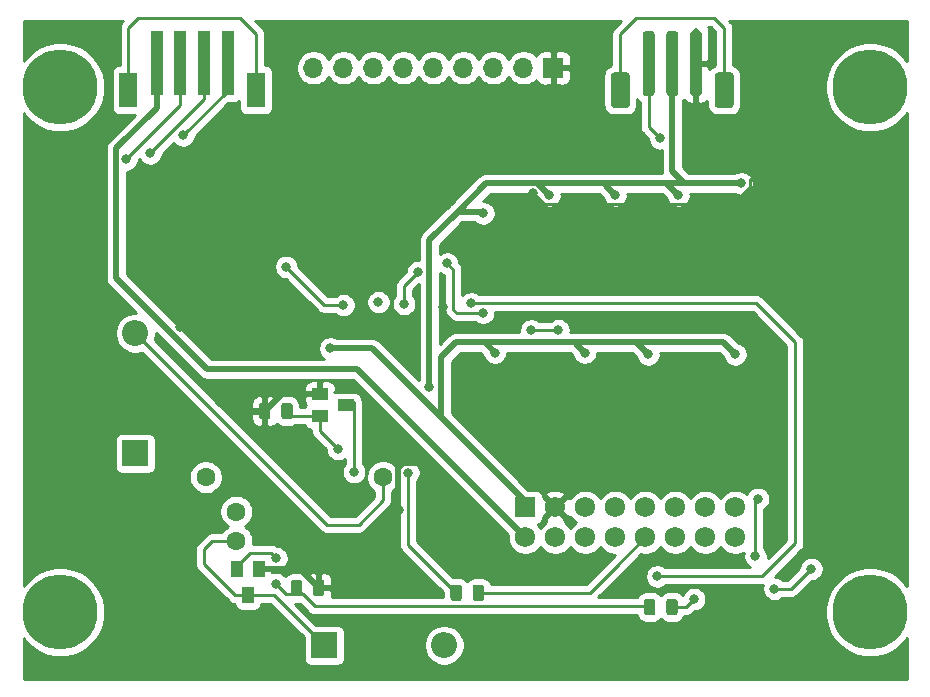
<source format=gbr>
G04 #@! TF.GenerationSoftware,KiCad,Pcbnew,(5.1.6-0-10_14)*
G04 #@! TF.CreationDate,2020-08-18T13:46:32-04:00*
G04 #@! TF.ProjectId,Pufferfish-Interface-2,50756666-6572-4666-9973-682d496e7465,rev?*
G04 #@! TF.SameCoordinates,Original*
G04 #@! TF.FileFunction,Copper,L2,Bot*
G04 #@! TF.FilePolarity,Positive*
%FSLAX46Y46*%
G04 Gerber Fmt 4.6, Leading zero omitted, Abs format (unit mm)*
G04 Created by KiCad (PCBNEW (5.1.6-0-10_14)) date 2020-08-18 13:46:32*
%MOMM*%
%LPD*%
G01*
G04 APERTURE LIST*
G04 #@! TA.AperFunction,ComponentPad*
%ADD10O,1.700000X1.700000*%
G04 #@! TD*
G04 #@! TA.AperFunction,ComponentPad*
%ADD11R,1.700000X1.700000*%
G04 #@! TD*
G04 #@! TA.AperFunction,ComponentPad*
%ADD12C,6.350000*%
G04 #@! TD*
G04 #@! TA.AperFunction,SMDPad,CuDef*
%ADD13R,1.400000X1.000000*%
G04 #@! TD*
G04 #@! TA.AperFunction,SMDPad,CuDef*
%ADD14R,1.000000X1.400000*%
G04 #@! TD*
G04 #@! TA.AperFunction,ComponentPad*
%ADD15O,2.200000X2.200000*%
G04 #@! TD*
G04 #@! TA.AperFunction,ComponentPad*
%ADD16R,2.200000X2.200000*%
G04 #@! TD*
G04 #@! TA.AperFunction,SMDPad,CuDef*
%ADD17R,1.600000X3.000000*%
G04 #@! TD*
G04 #@! TA.AperFunction,SMDPad,CuDef*
%ADD18R,1.000000X5.500000*%
G04 #@! TD*
G04 #@! TA.AperFunction,ComponentPad*
%ADD19R,1.725000X1.725000*%
G04 #@! TD*
G04 #@! TA.AperFunction,ComponentPad*
%ADD20C,1.725000*%
G04 #@! TD*
G04 #@! TA.AperFunction,ComponentPad*
%ADD21C,1.600000*%
G04 #@! TD*
G04 #@! TA.AperFunction,ViaPad*
%ADD22C,0.800000*%
G04 #@! TD*
G04 #@! TA.AperFunction,Conductor*
%ADD23C,0.250000*%
G04 #@! TD*
G04 #@! TA.AperFunction,Conductor*
%ADD24C,0.508000*%
G04 #@! TD*
G04 #@! TA.AperFunction,Conductor*
%ADD25C,0.254000*%
G04 #@! TD*
G04 APERTURE END LIST*
D10*
X17619980Y-4711700D03*
X20159980Y-4711700D03*
X22699980Y-4711700D03*
X25239980Y-4711700D03*
X27779980Y-4711700D03*
X30319980Y-4711700D03*
X32859980Y-4711700D03*
X35399980Y-4711700D03*
D11*
X37939980Y-4711700D03*
D12*
X-3810000Y-6350000D03*
X-3810000Y-50800000D03*
X64770000Y-50800000D03*
X64770000Y-6350000D03*
D13*
X20376060Y-33258760D03*
X18176060Y-32308760D03*
X18176060Y-34208760D03*
D14*
X12070120Y-49355100D03*
X13020120Y-47155100D03*
X11120120Y-47155100D03*
G04 #@! TA.AperFunction,SMDPad,CuDef*
G36*
G01*
X13987600Y-33307970D02*
X13987600Y-34220470D01*
G75*
G02*
X13743850Y-34464220I-243750J0D01*
G01*
X13256350Y-34464220D01*
G75*
G02*
X13012600Y-34220470I0J243750D01*
G01*
X13012600Y-33307970D01*
G75*
G02*
X13256350Y-33064220I243750J0D01*
G01*
X13743850Y-33064220D01*
G75*
G02*
X13987600Y-33307970I0J-243750D01*
G01*
G37*
G04 #@! TD.AperFunction*
G04 #@! TA.AperFunction,SMDPad,CuDef*
G36*
G01*
X15862600Y-33307970D02*
X15862600Y-34220470D01*
G75*
G02*
X15618850Y-34464220I-243750J0D01*
G01*
X15131350Y-34464220D01*
G75*
G02*
X14887600Y-34220470I0J243750D01*
G01*
X14887600Y-33307970D01*
G75*
G02*
X15131350Y-33064220I243750J0D01*
G01*
X15618850Y-33064220D01*
G75*
G02*
X15862600Y-33307970I0J-243750D01*
G01*
G37*
G04 #@! TD.AperFunction*
G04 #@! TA.AperFunction,SMDPad,CuDef*
G36*
G01*
X17574680Y-49191230D02*
X17574680Y-48278730D01*
G75*
G02*
X17818430Y-48034980I243750J0D01*
G01*
X18305930Y-48034980D01*
G75*
G02*
X18549680Y-48278730I0J-243750D01*
G01*
X18549680Y-49191230D01*
G75*
G02*
X18305930Y-49434980I-243750J0D01*
G01*
X17818430Y-49434980D01*
G75*
G02*
X17574680Y-49191230I0J243750D01*
G01*
G37*
G04 #@! TD.AperFunction*
G04 #@! TA.AperFunction,SMDPad,CuDef*
G36*
G01*
X15699680Y-49191230D02*
X15699680Y-48278730D01*
G75*
G02*
X15943430Y-48034980I243750J0D01*
G01*
X16430930Y-48034980D01*
G75*
G02*
X16674680Y-48278730I0J-243750D01*
G01*
X16674680Y-49191230D01*
G75*
G02*
X16430930Y-49434980I-243750J0D01*
G01*
X15943430Y-49434980D01*
G75*
G02*
X15699680Y-49191230I0J243750D01*
G01*
G37*
G04 #@! TD.AperFunction*
D15*
X2540000Y-27178000D03*
D16*
X2540000Y-37338000D03*
X18542000Y-53594000D03*
D15*
X28702000Y-53594000D03*
G04 #@! TA.AperFunction,SMDPad,CuDef*
G36*
G01*
X49506000Y-6842000D02*
X49506000Y-1842000D01*
G75*
G02*
X49756000Y-1592000I250000J0D01*
G01*
X50256000Y-1592000D01*
G75*
G02*
X50506000Y-1842000I0J-250000D01*
G01*
X50506000Y-6842000D01*
G75*
G02*
X50256000Y-7092000I-250000J0D01*
G01*
X49756000Y-7092000D01*
G75*
G02*
X49506000Y-6842000I0J250000D01*
G01*
G37*
G04 #@! TD.AperFunction*
G04 #@! TA.AperFunction,SMDPad,CuDef*
G36*
G01*
X45506000Y-6842000D02*
X45506000Y-1842000D01*
G75*
G02*
X45756000Y-1592000I250000J0D01*
G01*
X46256000Y-1592000D01*
G75*
G02*
X46506000Y-1842000I0J-250000D01*
G01*
X46506000Y-6842000D01*
G75*
G02*
X46256000Y-7092000I-250000J0D01*
G01*
X45756000Y-7092000D01*
G75*
G02*
X45506000Y-6842000I0J250000D01*
G01*
G37*
G04 #@! TD.AperFunction*
G04 #@! TA.AperFunction,SMDPad,CuDef*
G36*
G01*
X47506000Y-6842000D02*
X47506000Y-1842000D01*
G75*
G02*
X47756000Y-1592000I250000J0D01*
G01*
X48256000Y-1592000D01*
G75*
G02*
X48506000Y-1842000I0J-250000D01*
G01*
X48506000Y-6842000D01*
G75*
G02*
X48256000Y-7092000I-250000J0D01*
G01*
X47756000Y-7092000D01*
G75*
G02*
X47506000Y-6842000I0J250000D01*
G01*
G37*
G04 #@! TD.AperFunction*
G04 #@! TA.AperFunction,SMDPad,CuDef*
G36*
G01*
X42806000Y-7842400D02*
X42806000Y-5341600D01*
G75*
G02*
X43055600Y-5092000I249600J0D01*
G01*
X44156400Y-5092000D01*
G75*
G02*
X44406000Y-5341600I0J-249600D01*
G01*
X44406000Y-7842400D01*
G75*
G02*
X44156400Y-8092000I-249600J0D01*
G01*
X43055600Y-8092000D01*
G75*
G02*
X42806000Y-7842400I0J249600D01*
G01*
G37*
G04 #@! TD.AperFunction*
G04 #@! TA.AperFunction,SMDPad,CuDef*
G36*
G01*
X51606000Y-7842400D02*
X51606000Y-5341600D01*
G75*
G02*
X51855600Y-5092000I249600J0D01*
G01*
X52956400Y-5092000D01*
G75*
G02*
X53206000Y-5341600I0J-249600D01*
G01*
X53206000Y-7842400D01*
G75*
G02*
X52956400Y-8092000I-249600J0D01*
G01*
X51855600Y-8092000D01*
G75*
G02*
X51606000Y-7842400I0J249600D01*
G01*
G37*
G04 #@! TD.AperFunction*
D17*
X12766000Y-6568000D03*
X1966000Y-6568000D03*
D18*
X10366000Y-4318000D03*
X4366000Y-4318000D03*
X8366000Y-4318000D03*
X6366000Y-4318000D03*
G04 #@! TA.AperFunction,SMDPad,CuDef*
G36*
G01*
X30202720Y-48695290D02*
X30202720Y-49607790D01*
G75*
G02*
X29958970Y-49851540I-243750J0D01*
G01*
X29471470Y-49851540D01*
G75*
G02*
X29227720Y-49607790I0J243750D01*
G01*
X29227720Y-48695290D01*
G75*
G02*
X29471470Y-48451540I243750J0D01*
G01*
X29958970Y-48451540D01*
G75*
G02*
X30202720Y-48695290I0J-243750D01*
G01*
G37*
G04 #@! TD.AperFunction*
G04 #@! TA.AperFunction,SMDPad,CuDef*
G36*
G01*
X32077720Y-48695290D02*
X32077720Y-49607790D01*
G75*
G02*
X31833970Y-49851540I-243750J0D01*
G01*
X31346470Y-49851540D01*
G75*
G02*
X31102720Y-49607790I0J243750D01*
G01*
X31102720Y-48695290D01*
G75*
G02*
X31346470Y-48451540I243750J0D01*
G01*
X31833970Y-48451540D01*
G75*
G02*
X32077720Y-48695290I0J-243750D01*
G01*
G37*
G04 #@! TD.AperFunction*
G04 #@! TA.AperFunction,SMDPad,CuDef*
G36*
G01*
X46582940Y-49899250D02*
X46582940Y-50811750D01*
G75*
G02*
X46339190Y-51055500I-243750J0D01*
G01*
X45851690Y-51055500D01*
G75*
G02*
X45607940Y-50811750I0J243750D01*
G01*
X45607940Y-49899250D01*
G75*
G02*
X45851690Y-49655500I243750J0D01*
G01*
X46339190Y-49655500D01*
G75*
G02*
X46582940Y-49899250I0J-243750D01*
G01*
G37*
G04 #@! TD.AperFunction*
G04 #@! TA.AperFunction,SMDPad,CuDef*
G36*
G01*
X48457940Y-49899250D02*
X48457940Y-50811750D01*
G75*
G02*
X48214190Y-51055500I-243750J0D01*
G01*
X47726690Y-51055500D01*
G75*
G02*
X47482940Y-50811750I0J243750D01*
G01*
X47482940Y-49899250D01*
G75*
G02*
X47726690Y-49655500I243750J0D01*
G01*
X48214190Y-49655500D01*
G75*
G02*
X48457940Y-49899250I0J-243750D01*
G01*
G37*
G04 #@! TD.AperFunction*
D19*
X35560000Y-41910000D03*
D20*
X35560000Y-44450000D03*
X38100000Y-41910000D03*
X38100000Y-44450000D03*
X40640000Y-41910000D03*
X40640000Y-44450000D03*
X43180000Y-41910000D03*
X43180000Y-44450000D03*
X45720000Y-41910000D03*
X45720000Y-44450000D03*
X48260000Y-41910000D03*
X48260000Y-44450000D03*
X50800000Y-41910000D03*
X50800000Y-44450000D03*
X53340000Y-41910000D03*
X53340000Y-44450000D03*
D21*
X11102000Y-44770000D03*
X11102000Y-42270000D03*
X8502000Y-39370000D03*
X23502000Y-39370000D03*
D22*
X45974000Y-28956000D03*
X53340000Y-28956000D03*
X32992060Y-28821380D03*
X19050000Y-28448000D03*
X40604440Y-28823920D03*
X21066000Y-38934900D03*
X28557220Y-24985980D03*
X43180000Y-22352000D03*
X45974000Y-20066000D03*
X7620000Y-22098000D03*
X6350000Y-26670000D03*
X9318880Y-32178880D03*
X24892000Y-42164000D03*
X3307080Y-15788640D03*
X28702000Y-39370000D03*
X13764260Y-18280380D03*
X16802100Y-18280380D03*
X36226130Y-15335870D03*
X30988000Y-24638000D03*
X46736000Y-47752000D03*
X59776360Y-47114460D03*
X56654700Y-48818800D03*
X55046880Y-46075600D03*
X55257700Y-41185000D03*
X27432000Y-31750000D03*
X53848000Y-14478000D03*
X32004000Y-17018000D03*
X37592000Y-15494000D03*
X43180000Y-15494000D03*
X48514000Y-15494000D03*
X19702780Y-36974780D03*
X25654000Y-38973760D03*
X14488160Y-46217840D03*
X14488160Y-48407320D03*
X6604000Y-10414000D03*
X3810000Y-11938000D03*
X1778000Y-12446000D03*
X46990000Y-10668000D03*
X36068000Y-26924000D03*
X38358653Y-26919347D03*
X28950920Y-21268860D03*
X31983783Y-25437000D03*
X49847500Y-49690020D03*
X15323820Y-21556980D03*
X20165060Y-24785320D03*
X23131780Y-24533860D03*
X25311100Y-24683720D03*
X26492200Y-21993860D03*
D23*
X23502000Y-41335002D02*
X23502000Y-39370000D01*
X21442001Y-43395001D02*
X23502000Y-41335002D01*
X18757001Y-43395001D02*
X21442001Y-43395001D01*
X2540000Y-27178000D02*
X18757001Y-43395001D01*
D24*
X35560000Y-41910000D02*
X35560000Y-41402000D01*
X28448000Y-31496000D02*
X28448000Y-30988000D01*
X28448000Y-34290000D02*
X28448000Y-31496000D01*
X28448000Y-29210000D02*
X29718000Y-27940000D01*
X28448000Y-31496000D02*
X28448000Y-29210000D01*
X44958000Y-27940000D02*
X45974000Y-28956000D01*
X39878000Y-27940000D02*
X44958000Y-27940000D01*
X29718000Y-27940000D02*
X32004000Y-27940000D01*
X35560000Y-41402000D02*
X29210000Y-35052000D01*
X29210000Y-35052000D02*
X23114000Y-28956000D01*
X29210000Y-35052000D02*
X28448000Y-34290000D01*
X23114000Y-28956000D02*
X22606000Y-28448000D01*
X22606000Y-28448000D02*
X19050000Y-28448000D01*
X52324000Y-27940000D02*
X53340000Y-28956000D01*
X44958000Y-27940000D02*
X52324000Y-27940000D01*
X32110680Y-27940000D02*
X32992060Y-28821380D01*
X29718000Y-27940000D02*
X31912560Y-27940000D01*
X31912560Y-27940000D02*
X32110680Y-27940000D01*
X31912560Y-27940000D02*
X39878000Y-27940000D01*
X39878000Y-27940000D02*
X40065960Y-27940000D01*
X39878000Y-28097480D02*
X40604440Y-28823920D01*
X39878000Y-27940000D02*
X39878000Y-28097480D01*
D23*
X21066000Y-33020000D02*
X21066000Y-38934900D01*
X8382000Y-45466000D02*
X9078000Y-44770000D01*
X8382000Y-46736000D02*
X8382000Y-45466000D01*
X9078000Y-44770000D02*
X11102000Y-44770000D01*
X11001100Y-49355100D02*
X12070120Y-49355100D01*
X8382000Y-46736000D02*
X11001100Y-49355100D01*
X14303100Y-49355100D02*
X18542000Y-53594000D01*
X12070120Y-49355100D02*
X14303100Y-49355100D01*
D24*
X43688000Y-22352000D02*
X45974000Y-20066000D01*
X43180000Y-22352000D02*
X43688000Y-22352000D01*
X7620000Y-22098000D02*
X6350000Y-23368000D01*
X6350000Y-23368000D02*
X6350000Y-26670000D01*
X9318880Y-32178880D02*
X10922000Y-33782000D01*
X50006000Y-1592000D02*
X50006000Y-4342000D01*
X13764260Y-18280380D02*
X16802100Y-18280380D01*
X13482320Y-33782000D02*
X13500100Y-33764220D01*
X10922000Y-33782000D02*
X13482320Y-33782000D01*
X14955560Y-32308760D02*
X13500100Y-33764220D01*
X18176060Y-32308760D02*
X14955560Y-32308760D01*
X16482300Y-47155100D02*
X13020120Y-47155100D01*
X18062180Y-48734980D02*
X16482300Y-47155100D01*
X24799999Y-42071999D02*
X24892000Y-42164000D01*
X24799999Y-38563839D02*
X24799999Y-42071999D01*
X27451759Y-38119759D02*
X25244079Y-38119759D01*
X25244079Y-38119759D02*
X24799999Y-38563839D01*
X28702000Y-39370000D02*
X27451759Y-38119759D01*
D23*
X54573001Y-14129999D02*
X54573001Y-14826001D01*
X54573001Y-14826001D02*
X53180001Y-16219001D01*
X53180001Y-16219001D02*
X37109261Y-16219001D01*
X37109261Y-16219001D02*
X36226130Y-15335870D01*
X30988000Y-24638000D02*
X55118000Y-24638000D01*
X55118000Y-24638000D02*
X58420000Y-27940000D01*
X58420000Y-27940000D02*
X58420000Y-41127502D01*
X58420000Y-41127502D02*
X58420000Y-44958000D01*
X58420000Y-44958000D02*
X55626000Y-47752000D01*
X55626000Y-47752000D02*
X46736000Y-47752000D01*
X59776360Y-47114460D02*
X58074560Y-48816260D01*
X56657240Y-48816260D02*
X56654700Y-48818800D01*
X58074560Y-48816260D02*
X56657240Y-48816260D01*
X55046880Y-41395820D02*
X55257700Y-41185000D01*
X55046880Y-46075600D02*
X55046880Y-41395820D01*
D24*
X4366000Y-4318000D02*
X4366000Y-8080000D01*
X923999Y-11522001D02*
X923999Y-22513999D01*
X4366000Y-8080000D02*
X923999Y-11522001D01*
X923999Y-22513999D02*
X8636000Y-30226000D01*
X35557798Y-44450000D02*
X35560000Y-44450000D01*
X21333798Y-30226000D02*
X35557798Y-44450000D01*
X8636000Y-30226000D02*
X21333798Y-30226000D01*
X27432000Y-31750000D02*
X27432000Y-19304000D01*
X29845000Y-16891000D02*
X31877000Y-16891000D01*
X27432000Y-19304000D02*
X29845000Y-16891000D01*
X31877000Y-16891000D02*
X32004000Y-17018000D01*
X29845000Y-16891000D02*
X32258000Y-14478000D01*
X36576000Y-14478000D02*
X37592000Y-15494000D01*
X35814000Y-14478000D02*
X36576000Y-14478000D01*
X32258000Y-14478000D02*
X35814000Y-14478000D01*
X42418000Y-14732000D02*
X43180000Y-15494000D01*
X42418000Y-14478000D02*
X42418000Y-14732000D01*
X35814000Y-14478000D02*
X42418000Y-14478000D01*
X48006000Y-13462000D02*
X49022000Y-14478000D01*
X48006000Y-4342000D02*
X48006000Y-13462000D01*
X49022000Y-14478000D02*
X53848000Y-14478000D01*
X47498000Y-14478000D02*
X48514000Y-15494000D01*
X46990000Y-14478000D02*
X47498000Y-14478000D01*
X42418000Y-14478000D02*
X46990000Y-14478000D01*
X46990000Y-14478000D02*
X49022000Y-14478000D01*
D23*
X18088060Y-34020760D02*
X18276060Y-34208760D01*
X18276060Y-34208760D02*
X18276060Y-33823758D01*
X25654000Y-45090320D02*
X29715220Y-49151540D01*
X25654000Y-43273980D02*
X25654000Y-45090320D01*
X25654000Y-43273980D02*
X25654000Y-43472340D01*
X17731520Y-33764220D02*
X18176060Y-34208760D01*
X15819640Y-34208760D02*
X15375100Y-33764220D01*
X18176060Y-34208760D02*
X15819640Y-34208760D01*
X18176060Y-35448060D02*
X19702780Y-36974780D01*
X18176060Y-34208760D02*
X18176060Y-35448060D01*
X25654000Y-38973760D02*
X25654000Y-43273980D01*
X46031940Y-50292000D02*
X46095440Y-50355500D01*
X17744200Y-50292000D02*
X19001740Y-50292000D01*
X19001740Y-50292000D02*
X46031940Y-50292000D01*
X11120120Y-47155100D02*
X11120120Y-46956980D01*
X16187180Y-48537158D02*
X16187180Y-48734980D01*
X11120120Y-47155100D02*
X11120120Y-46913800D01*
X11120120Y-46913800D02*
X12275820Y-45758100D01*
X12275820Y-45758100D02*
X13662660Y-45758100D01*
X14028420Y-45758100D02*
X14488160Y-46217840D01*
X13662660Y-45758100D02*
X14028420Y-45758100D01*
X14488160Y-48407320D02*
X15336520Y-49255680D01*
X17384910Y-49932710D02*
X17744200Y-50292000D01*
X16707880Y-49255680D02*
X17384910Y-49932710D01*
X15336520Y-49255680D02*
X16707880Y-49255680D01*
X16187180Y-48734980D02*
X17384910Y-49932710D01*
X12766000Y-1844000D02*
X12766000Y-6568000D01*
X2794000Y-508000D02*
X11430000Y-508000D01*
X1966000Y-1336000D02*
X2794000Y-508000D01*
X11430000Y-508000D02*
X12766000Y-1844000D01*
X1966000Y-6568000D02*
X1966000Y-1336000D01*
X10366000Y-6652000D02*
X6604000Y-10414000D01*
X10366000Y-4318000D02*
X10366000Y-6652000D01*
X8366000Y-7382000D02*
X3810000Y-11938000D01*
X8366000Y-4318000D02*
X8366000Y-7382000D01*
X6366000Y-7858000D02*
X1778000Y-12446000D01*
X6366000Y-4318000D02*
X6366000Y-7858000D01*
X46006000Y-9684000D02*
X46990000Y-10668000D01*
X46006000Y-4342000D02*
X46006000Y-9684000D01*
X51562000Y-508000D02*
X52406000Y-1352000D01*
X52406000Y-1352000D02*
X52406000Y-6592000D01*
X44958000Y-508000D02*
X51562000Y-508000D01*
X43606000Y-1860000D02*
X44958000Y-508000D01*
X43606000Y-6592000D02*
X43606000Y-1860000D01*
X38354000Y-26924000D02*
X38358653Y-26919347D01*
X36068000Y-26924000D02*
X38354000Y-26924000D01*
X28950920Y-21268860D02*
X29476700Y-21794640D01*
X29476700Y-25176792D02*
X29736908Y-25437000D01*
X29736908Y-25437000D02*
X31983783Y-25437000D01*
X29476700Y-21794640D02*
X29476700Y-25176792D01*
X41018460Y-49151540D02*
X43155870Y-47014130D01*
X31590220Y-49151540D02*
X41018460Y-49151540D01*
X43155870Y-47014130D02*
X45720000Y-44450000D01*
X42618660Y-47551340D02*
X43155870Y-47014130D01*
X49182020Y-50355500D02*
X49847500Y-49690020D01*
X47970440Y-50355500D02*
X49182020Y-50355500D01*
X19944080Y-24785320D02*
X20165060Y-24785320D01*
X20165060Y-24785320D02*
X18552160Y-24785320D01*
X18552160Y-24785320D02*
X17035780Y-23268940D01*
X17035780Y-23268940D02*
X17754600Y-23987760D01*
X15323820Y-21556980D02*
X17035780Y-23268940D01*
X23030180Y-24533860D02*
X23131780Y-24533860D01*
X25311100Y-24617680D02*
X25311100Y-24683720D01*
X25311100Y-23174960D02*
X26492200Y-21993860D01*
X25311100Y-24683720D02*
X25311100Y-23174960D01*
D25*
G36*
X1454998Y-772201D02*
G01*
X1426000Y-795999D01*
X1402202Y-824997D01*
X1402201Y-824998D01*
X1331026Y-911724D01*
X1260454Y-1043754D01*
X1244508Y-1096323D01*
X1216998Y-1187014D01*
X1206001Y-1298667D01*
X1202324Y-1336000D01*
X1206001Y-1373332D01*
X1206000Y-4429928D01*
X1166000Y-4429928D01*
X1041518Y-4442188D01*
X921820Y-4478498D01*
X811506Y-4537463D01*
X714815Y-4616815D01*
X635463Y-4713506D01*
X576498Y-4823820D01*
X540188Y-4943518D01*
X527928Y-5068000D01*
X527928Y-8068000D01*
X540188Y-8192482D01*
X576498Y-8312180D01*
X635463Y-8422494D01*
X714815Y-8519185D01*
X811506Y-8598537D01*
X921820Y-8657502D01*
X1041518Y-8693812D01*
X1166000Y-8706072D01*
X2482692Y-8706072D01*
X326263Y-10862502D01*
X292340Y-10890342D01*
X181246Y-11025711D01*
X98696Y-11180151D01*
X47863Y-11347728D01*
X34999Y-11478335D01*
X34999Y-11478341D01*
X30699Y-11522001D01*
X34999Y-11565661D01*
X35000Y-22470329D01*
X30699Y-22513999D01*
X47863Y-22688273D01*
X98697Y-22855851D01*
X169913Y-22989086D01*
X181247Y-23010290D01*
X292341Y-23145658D01*
X326258Y-23173493D01*
X2595765Y-25443000D01*
X2369117Y-25443000D01*
X2033919Y-25509675D01*
X1718169Y-25640463D01*
X1434002Y-25830337D01*
X1192337Y-26072002D01*
X1002463Y-26356169D01*
X871675Y-26671919D01*
X805000Y-27007117D01*
X805000Y-27348883D01*
X871675Y-27684081D01*
X1002463Y-27999831D01*
X1192337Y-28283998D01*
X1434002Y-28525663D01*
X1718169Y-28715537D01*
X2033919Y-28846325D01*
X2369117Y-28913000D01*
X2710883Y-28913000D01*
X3046081Y-28846325D01*
X3107912Y-28820714D01*
X18193202Y-43906004D01*
X18217000Y-43935002D01*
X18332725Y-44029975D01*
X18464754Y-44100547D01*
X18608015Y-44144004D01*
X18719668Y-44155001D01*
X18719676Y-44155001D01*
X18757001Y-44158677D01*
X18794326Y-44155001D01*
X21404679Y-44155001D01*
X21442001Y-44158677D01*
X21479323Y-44155001D01*
X21479334Y-44155001D01*
X21590987Y-44144004D01*
X21734248Y-44100547D01*
X21866277Y-44029975D01*
X21982002Y-43935002D01*
X22005805Y-43905998D01*
X24013004Y-41898800D01*
X24042001Y-41875003D01*
X24136974Y-41759278D01*
X24207546Y-41627249D01*
X24251003Y-41483988D01*
X24262000Y-41372335D01*
X24262000Y-41372334D01*
X24265677Y-41335002D01*
X24262000Y-41297669D01*
X24262000Y-40588043D01*
X24416759Y-40484637D01*
X24616637Y-40284759D01*
X24773680Y-40049727D01*
X24881853Y-39788574D01*
X24894000Y-39727507D01*
X24894001Y-43236638D01*
X24894000Y-43236648D01*
X24894001Y-45052988D01*
X24890324Y-45090320D01*
X24904998Y-45239305D01*
X24948454Y-45382566D01*
X25019026Y-45514596D01*
X25077088Y-45585344D01*
X25114000Y-45630321D01*
X25142998Y-45654119D01*
X28589648Y-49100771D01*
X28589648Y-49532000D01*
X19178197Y-49532000D01*
X19187752Y-49434980D01*
X19184680Y-49020730D01*
X19025930Y-48861980D01*
X18189180Y-48861980D01*
X18189180Y-48881980D01*
X17935180Y-48881980D01*
X17935180Y-48861980D01*
X17915180Y-48861980D01*
X17915180Y-48607980D01*
X17935180Y-48607980D01*
X17935180Y-47558730D01*
X18189180Y-47558730D01*
X18189180Y-48607980D01*
X19025930Y-48607980D01*
X19184680Y-48449230D01*
X19187752Y-48034980D01*
X19175492Y-47910498D01*
X19139182Y-47790800D01*
X19080217Y-47680486D01*
X19000865Y-47583795D01*
X18904174Y-47504443D01*
X18793860Y-47445478D01*
X18674162Y-47409168D01*
X18549680Y-47396908D01*
X18347930Y-47399980D01*
X18189180Y-47558730D01*
X17935180Y-47558730D01*
X17776430Y-47399980D01*
X17574680Y-47396908D01*
X17450198Y-47409168D01*
X17330500Y-47445478D01*
X17220186Y-47504443D01*
X17123495Y-47583795D01*
X17059688Y-47661544D01*
X17054472Y-47655188D01*
X16920844Y-47545522D01*
X16768389Y-47464033D01*
X16602965Y-47413852D01*
X16430930Y-47396908D01*
X15943430Y-47396908D01*
X15771395Y-47413852D01*
X15605971Y-47464033D01*
X15453516Y-47545522D01*
X15319888Y-47655188D01*
X15265730Y-47721179D01*
X15147934Y-47603383D01*
X14978416Y-47490115D01*
X14790058Y-47412094D01*
X14590099Y-47372320D01*
X14386221Y-47372320D01*
X14186262Y-47412094D01*
X14143908Y-47429638D01*
X13996372Y-47282102D01*
X14155120Y-47282102D01*
X14155120Y-47200166D01*
X14186262Y-47213066D01*
X14386221Y-47252840D01*
X14590099Y-47252840D01*
X14790058Y-47213066D01*
X14978416Y-47135045D01*
X15147934Y-47021777D01*
X15292097Y-46877614D01*
X15405365Y-46708096D01*
X15483386Y-46519738D01*
X15523160Y-46319779D01*
X15523160Y-46115901D01*
X15483386Y-45915942D01*
X15405365Y-45727584D01*
X15292097Y-45558066D01*
X15147934Y-45413903D01*
X14978416Y-45300635D01*
X14790058Y-45222614D01*
X14590099Y-45182840D01*
X14525458Y-45182840D01*
X14452696Y-45123126D01*
X14320667Y-45052554D01*
X14177406Y-45009097D01*
X14065753Y-44998100D01*
X14065742Y-44998100D01*
X14028420Y-44994424D01*
X13991098Y-44998100D01*
X12519741Y-44998100D01*
X12537000Y-44911335D01*
X12537000Y-44628665D01*
X12481853Y-44351426D01*
X12373680Y-44090273D01*
X12216637Y-43855241D01*
X12016759Y-43655363D01*
X11814173Y-43520000D01*
X12016759Y-43384637D01*
X12216637Y-43184759D01*
X12373680Y-42949727D01*
X12481853Y-42688574D01*
X12537000Y-42411335D01*
X12537000Y-42128665D01*
X12481853Y-41851426D01*
X12373680Y-41590273D01*
X12216637Y-41355241D01*
X12016759Y-41155363D01*
X11781727Y-40998320D01*
X11520574Y-40890147D01*
X11243335Y-40835000D01*
X10960665Y-40835000D01*
X10683426Y-40890147D01*
X10422273Y-40998320D01*
X10187241Y-41155363D01*
X9987363Y-41355241D01*
X9830320Y-41590273D01*
X9722147Y-41851426D01*
X9667000Y-42128665D01*
X9667000Y-42411335D01*
X9722147Y-42688574D01*
X9830320Y-42949727D01*
X9987363Y-43184759D01*
X10187241Y-43384637D01*
X10389827Y-43520000D01*
X10187241Y-43655363D01*
X9987363Y-43855241D01*
X9883957Y-44010000D01*
X9115325Y-44010000D01*
X9078000Y-44006324D01*
X9040675Y-44010000D01*
X9040667Y-44010000D01*
X8929014Y-44020997D01*
X8785753Y-44064454D01*
X8653724Y-44135026D01*
X8537999Y-44229999D01*
X8514201Y-44258998D01*
X7870998Y-44902201D01*
X7842000Y-44925999D01*
X7818202Y-44954997D01*
X7818201Y-44954998D01*
X7747026Y-45041724D01*
X7676454Y-45173754D01*
X7663003Y-45218099D01*
X7635126Y-45310001D01*
X7632998Y-45317015D01*
X7618324Y-45466000D01*
X7622001Y-45503332D01*
X7622000Y-46698677D01*
X7618324Y-46736000D01*
X7622000Y-46773322D01*
X7622000Y-46773332D01*
X7632997Y-46884985D01*
X7668795Y-47002997D01*
X7676454Y-47028246D01*
X7747026Y-47160276D01*
X7749358Y-47163117D01*
X7841999Y-47276001D01*
X7871003Y-47299804D01*
X10437300Y-49866102D01*
X10461099Y-49895101D01*
X10576824Y-49990074D01*
X10708853Y-50060646D01*
X10852114Y-50104103D01*
X10937704Y-50112533D01*
X10944308Y-50179582D01*
X10980618Y-50299280D01*
X11039583Y-50409594D01*
X11118935Y-50506285D01*
X11215626Y-50585637D01*
X11325940Y-50644602D01*
X11445638Y-50680912D01*
X11570120Y-50693172D01*
X12570120Y-50693172D01*
X12694602Y-50680912D01*
X12814300Y-50644602D01*
X12924614Y-50585637D01*
X13021305Y-50506285D01*
X13100657Y-50409594D01*
X13159622Y-50299280D01*
X13195932Y-50179582D01*
X13202283Y-50115100D01*
X13988299Y-50115100D01*
X16803928Y-52930730D01*
X16803928Y-54694000D01*
X16816188Y-54818482D01*
X16852498Y-54938180D01*
X16911463Y-55048494D01*
X16990815Y-55145185D01*
X17087506Y-55224537D01*
X17197820Y-55283502D01*
X17317518Y-55319812D01*
X17442000Y-55332072D01*
X19642000Y-55332072D01*
X19766482Y-55319812D01*
X19886180Y-55283502D01*
X19996494Y-55224537D01*
X20093185Y-55145185D01*
X20172537Y-55048494D01*
X20231502Y-54938180D01*
X20267812Y-54818482D01*
X20280072Y-54694000D01*
X20280072Y-53423117D01*
X26967000Y-53423117D01*
X26967000Y-53764883D01*
X27033675Y-54100081D01*
X27164463Y-54415831D01*
X27354337Y-54699998D01*
X27596002Y-54941663D01*
X27880169Y-55131537D01*
X28195919Y-55262325D01*
X28531117Y-55329000D01*
X28872883Y-55329000D01*
X29208081Y-55262325D01*
X29523831Y-55131537D01*
X29807998Y-54941663D01*
X30049663Y-54699998D01*
X30239537Y-54415831D01*
X30370325Y-54100081D01*
X30437000Y-53764883D01*
X30437000Y-53423117D01*
X30370325Y-53087919D01*
X30239537Y-52772169D01*
X30049663Y-52488002D01*
X29807998Y-52246337D01*
X29523831Y-52056463D01*
X29208081Y-51925675D01*
X28872883Y-51859000D01*
X28531117Y-51859000D01*
X28195919Y-51925675D01*
X27880169Y-52056463D01*
X27596002Y-52246337D01*
X27354337Y-52488002D01*
X27164463Y-52772169D01*
X27033675Y-53087919D01*
X26967000Y-53423117D01*
X20280072Y-53423117D01*
X20280072Y-52494000D01*
X20267812Y-52369518D01*
X20231502Y-52249820D01*
X20172537Y-52139506D01*
X20093185Y-52042815D01*
X19996494Y-51963463D01*
X19886180Y-51904498D01*
X19766482Y-51868188D01*
X19642000Y-51855928D01*
X17878730Y-51855928D01*
X16095853Y-50073052D01*
X16430930Y-50073052D01*
X16448700Y-50071302D01*
X16873907Y-50496509D01*
X16873913Y-50496514D01*
X17180396Y-50802997D01*
X17204199Y-50832001D01*
X17319924Y-50926974D01*
X17451953Y-50997546D01*
X17595214Y-51041003D01*
X17706867Y-51052000D01*
X17706875Y-51052000D01*
X17744200Y-51055676D01*
X17781525Y-51052000D01*
X45007505Y-51052000D01*
X45036993Y-51149209D01*
X45118482Y-51301664D01*
X45228148Y-51435292D01*
X45361776Y-51544958D01*
X45514231Y-51626447D01*
X45679655Y-51676628D01*
X45851690Y-51693572D01*
X46339190Y-51693572D01*
X46511225Y-51676628D01*
X46676649Y-51626447D01*
X46829104Y-51544958D01*
X46962732Y-51435292D01*
X47032940Y-51349744D01*
X47103148Y-51435292D01*
X47236776Y-51544958D01*
X47389231Y-51626447D01*
X47554655Y-51676628D01*
X47726690Y-51693572D01*
X48214190Y-51693572D01*
X48386225Y-51676628D01*
X48551649Y-51626447D01*
X48704104Y-51544958D01*
X48837732Y-51435292D01*
X48947398Y-51301664D01*
X49028887Y-51149209D01*
X49039113Y-51115500D01*
X49144698Y-51115500D01*
X49182020Y-51119176D01*
X49219342Y-51115500D01*
X49219353Y-51115500D01*
X49331006Y-51104503D01*
X49474267Y-51061046D01*
X49606296Y-50990474D01*
X49722021Y-50895501D01*
X49745823Y-50866498D01*
X49887301Y-50725020D01*
X49949439Y-50725020D01*
X50149398Y-50685246D01*
X50337756Y-50607225D01*
X50507274Y-50493957D01*
X50651437Y-50349794D01*
X50764705Y-50180276D01*
X50842726Y-49991918D01*
X50882500Y-49791959D01*
X50882500Y-49588081D01*
X50842726Y-49388122D01*
X50764705Y-49199764D01*
X50651437Y-49030246D01*
X50507274Y-48886083D01*
X50337756Y-48772815D01*
X50149398Y-48694794D01*
X49949439Y-48655020D01*
X49745561Y-48655020D01*
X49545602Y-48694794D01*
X49357244Y-48772815D01*
X49187726Y-48886083D01*
X49043563Y-49030246D01*
X48930295Y-49199764D01*
X48878341Y-49325190D01*
X48837732Y-49275708D01*
X48704104Y-49166042D01*
X48551649Y-49084553D01*
X48386225Y-49034372D01*
X48214190Y-49017428D01*
X47726690Y-49017428D01*
X47554655Y-49034372D01*
X47389231Y-49084553D01*
X47236776Y-49166042D01*
X47103148Y-49275708D01*
X47032940Y-49361256D01*
X46962732Y-49275708D01*
X46829104Y-49166042D01*
X46676649Y-49084553D01*
X46511225Y-49034372D01*
X46339190Y-49017428D01*
X45851690Y-49017428D01*
X45679655Y-49034372D01*
X45514231Y-49084553D01*
X45361776Y-49166042D01*
X45228148Y-49275708D01*
X45118482Y-49409336D01*
X45052917Y-49532000D01*
X41712801Y-49532000D01*
X43719669Y-47525133D01*
X43719673Y-47525128D01*
X45342962Y-45901840D01*
X45572509Y-45947500D01*
X45867491Y-45947500D01*
X46156805Y-45889952D01*
X46429332Y-45777067D01*
X46674601Y-45613184D01*
X46883184Y-45404601D01*
X46990000Y-45244739D01*
X47096816Y-45404601D01*
X47305399Y-45613184D01*
X47550668Y-45777067D01*
X47823195Y-45889952D01*
X48112509Y-45947500D01*
X48407491Y-45947500D01*
X48696805Y-45889952D01*
X48969332Y-45777067D01*
X49214601Y-45613184D01*
X49423184Y-45404601D01*
X49530000Y-45244739D01*
X49636816Y-45404601D01*
X49845399Y-45613184D01*
X50090668Y-45777067D01*
X50363195Y-45889952D01*
X50652509Y-45947500D01*
X50947491Y-45947500D01*
X51236805Y-45889952D01*
X51509332Y-45777067D01*
X51754601Y-45613184D01*
X51963184Y-45404601D01*
X52070000Y-45244739D01*
X52176816Y-45404601D01*
X52385399Y-45613184D01*
X52630668Y-45777067D01*
X52903195Y-45889952D01*
X53192509Y-45947500D01*
X53487491Y-45947500D01*
X53776805Y-45889952D01*
X54049332Y-45777067D01*
X54051238Y-45775793D01*
X54011880Y-45973661D01*
X54011880Y-46177539D01*
X54051654Y-46377498D01*
X54129675Y-46565856D01*
X54242943Y-46735374D01*
X54387106Y-46879537D01*
X54555419Y-46992000D01*
X47439711Y-46992000D01*
X47395774Y-46948063D01*
X47226256Y-46834795D01*
X47037898Y-46756774D01*
X46837939Y-46717000D01*
X46634061Y-46717000D01*
X46434102Y-46756774D01*
X46245744Y-46834795D01*
X46076226Y-46948063D01*
X45932063Y-47092226D01*
X45818795Y-47261744D01*
X45740774Y-47450102D01*
X45701000Y-47650061D01*
X45701000Y-47853939D01*
X45740774Y-48053898D01*
X45818795Y-48242256D01*
X45932063Y-48411774D01*
X46076226Y-48555937D01*
X46245744Y-48669205D01*
X46434102Y-48747226D01*
X46634061Y-48787000D01*
X46837939Y-48787000D01*
X47037898Y-48747226D01*
X47226256Y-48669205D01*
X47395774Y-48555937D01*
X47439711Y-48512000D01*
X55588678Y-48512000D01*
X55626000Y-48515676D01*
X55661427Y-48512187D01*
X55659474Y-48516902D01*
X55619700Y-48716861D01*
X55619700Y-48920739D01*
X55659474Y-49120698D01*
X55737495Y-49309056D01*
X55850763Y-49478574D01*
X55994926Y-49622737D01*
X56164444Y-49736005D01*
X56352802Y-49814026D01*
X56552761Y-49853800D01*
X56756639Y-49853800D01*
X56956598Y-49814026D01*
X57144956Y-49736005D01*
X57314474Y-49622737D01*
X57360951Y-49576260D01*
X58037238Y-49576260D01*
X58074560Y-49579936D01*
X58111882Y-49576260D01*
X58111893Y-49576260D01*
X58223546Y-49565263D01*
X58366807Y-49521806D01*
X58498836Y-49451234D01*
X58614561Y-49356261D01*
X58638364Y-49327257D01*
X59816162Y-48149460D01*
X59878299Y-48149460D01*
X60078258Y-48109686D01*
X60266616Y-48031665D01*
X60436134Y-47918397D01*
X60580297Y-47774234D01*
X60693565Y-47604716D01*
X60771586Y-47416358D01*
X60811360Y-47216399D01*
X60811360Y-47012521D01*
X60771586Y-46812562D01*
X60693565Y-46624204D01*
X60580297Y-46454686D01*
X60436134Y-46310523D01*
X60266616Y-46197255D01*
X60078258Y-46119234D01*
X59878299Y-46079460D01*
X59674421Y-46079460D01*
X59474462Y-46119234D01*
X59286104Y-46197255D01*
X59116586Y-46310523D01*
X58972423Y-46454686D01*
X58859155Y-46624204D01*
X58781134Y-46812562D01*
X58741360Y-47012521D01*
X58741360Y-47074658D01*
X57759759Y-48056260D01*
X57355871Y-48056260D01*
X57314474Y-48014863D01*
X57144956Y-47901595D01*
X56956598Y-47823574D01*
X56756639Y-47783800D01*
X56669001Y-47783800D01*
X58931003Y-45521799D01*
X58960001Y-45498001D01*
X59054974Y-45382276D01*
X59125546Y-45250247D01*
X59169003Y-45106986D01*
X59180000Y-44995333D01*
X59180000Y-44995325D01*
X59183676Y-44958000D01*
X59180000Y-44920675D01*
X59180000Y-27977322D01*
X59183676Y-27939999D01*
X59180000Y-27902676D01*
X59180000Y-27902667D01*
X59169003Y-27791014D01*
X59125546Y-27647753D01*
X59054974Y-27515724D01*
X58960001Y-27399999D01*
X58931004Y-27376202D01*
X55681804Y-24127003D01*
X55658001Y-24097999D01*
X55542276Y-24003026D01*
X55410247Y-23932454D01*
X55266986Y-23888997D01*
X55155333Y-23878000D01*
X55155322Y-23878000D01*
X55118000Y-23874324D01*
X55080678Y-23878000D01*
X31691711Y-23878000D01*
X31647774Y-23834063D01*
X31478256Y-23720795D01*
X31289898Y-23642774D01*
X31089939Y-23603000D01*
X30886061Y-23603000D01*
X30686102Y-23642774D01*
X30497744Y-23720795D01*
X30328226Y-23834063D01*
X30236700Y-23925589D01*
X30236700Y-21831962D01*
X30240376Y-21794639D01*
X30236700Y-21757316D01*
X30236700Y-21757307D01*
X30225703Y-21645654D01*
X30182246Y-21502393D01*
X30111674Y-21370364D01*
X30016701Y-21254639D01*
X29987703Y-21230842D01*
X29985920Y-21229058D01*
X29985920Y-21166921D01*
X29946146Y-20966962D01*
X29868125Y-20778604D01*
X29754857Y-20609086D01*
X29610694Y-20464923D01*
X29441176Y-20351655D01*
X29252818Y-20273634D01*
X29052859Y-20233860D01*
X28848981Y-20233860D01*
X28649022Y-20273634D01*
X28460664Y-20351655D01*
X28321000Y-20444975D01*
X28321000Y-19672235D01*
X30213235Y-17780000D01*
X31302289Y-17780000D01*
X31344226Y-17821937D01*
X31513744Y-17935205D01*
X31702102Y-18013226D01*
X31902061Y-18053000D01*
X32105939Y-18053000D01*
X32305898Y-18013226D01*
X32494256Y-17935205D01*
X32663774Y-17821937D01*
X32807937Y-17677774D01*
X32921205Y-17508256D01*
X32999226Y-17319898D01*
X33039000Y-17119939D01*
X33039000Y-16916061D01*
X32999226Y-16716102D01*
X32921205Y-16527744D01*
X32807937Y-16358226D01*
X32663774Y-16214063D01*
X32494256Y-16100795D01*
X32305898Y-16022774D01*
X32105939Y-15983000D01*
X32010235Y-15983000D01*
X32626235Y-15367000D01*
X36207765Y-15367000D01*
X36586870Y-15746105D01*
X36596774Y-15795898D01*
X36674795Y-15984256D01*
X36788063Y-16153774D01*
X36932226Y-16297937D01*
X37101744Y-16411205D01*
X37290102Y-16489226D01*
X37490061Y-16529000D01*
X37693939Y-16529000D01*
X37893898Y-16489226D01*
X38082256Y-16411205D01*
X38251774Y-16297937D01*
X38395937Y-16153774D01*
X38509205Y-15984256D01*
X38587226Y-15795898D01*
X38627000Y-15595939D01*
X38627000Y-15392061D01*
X38622015Y-15367000D01*
X41790412Y-15367000D01*
X41820262Y-15391497D01*
X42174870Y-15746105D01*
X42184774Y-15795898D01*
X42262795Y-15984256D01*
X42376063Y-16153774D01*
X42520226Y-16297937D01*
X42689744Y-16411205D01*
X42878102Y-16489226D01*
X43078061Y-16529000D01*
X43281939Y-16529000D01*
X43481898Y-16489226D01*
X43670256Y-16411205D01*
X43839774Y-16297937D01*
X43983937Y-16153774D01*
X44097205Y-15984256D01*
X44175226Y-15795898D01*
X44215000Y-15595939D01*
X44215000Y-15392061D01*
X44210015Y-15367000D01*
X47129765Y-15367000D01*
X47508870Y-15746105D01*
X47518774Y-15795898D01*
X47596795Y-15984256D01*
X47710063Y-16153774D01*
X47854226Y-16297937D01*
X48023744Y-16411205D01*
X48212102Y-16489226D01*
X48412061Y-16529000D01*
X48615939Y-16529000D01*
X48815898Y-16489226D01*
X49004256Y-16411205D01*
X49173774Y-16297937D01*
X49317937Y-16153774D01*
X49431205Y-15984256D01*
X49509226Y-15795898D01*
X49549000Y-15595939D01*
X49549000Y-15392061D01*
X49544015Y-15367000D01*
X53315532Y-15367000D01*
X53357744Y-15395205D01*
X53546102Y-15473226D01*
X53746061Y-15513000D01*
X53949939Y-15513000D01*
X54149898Y-15473226D01*
X54338256Y-15395205D01*
X54507774Y-15281937D01*
X54651937Y-15137774D01*
X54765205Y-14968256D01*
X54843226Y-14779898D01*
X54883000Y-14579939D01*
X54883000Y-14376061D01*
X54843226Y-14176102D01*
X54765205Y-13987744D01*
X54651937Y-13818226D01*
X54507774Y-13674063D01*
X54338256Y-13560795D01*
X54149898Y-13482774D01*
X53949939Y-13443000D01*
X53746061Y-13443000D01*
X53546102Y-13482774D01*
X53357744Y-13560795D01*
X53315532Y-13589000D01*
X49390236Y-13589000D01*
X48895000Y-13093765D01*
X48895000Y-7456512D01*
X48946969Y-7393187D01*
X48975463Y-7446494D01*
X49054815Y-7543185D01*
X49151506Y-7622537D01*
X49261820Y-7681502D01*
X49381518Y-7717812D01*
X49506000Y-7730072D01*
X49720250Y-7727000D01*
X49879000Y-7568250D01*
X49879000Y-4469000D01*
X49859000Y-4469000D01*
X49859000Y-4215000D01*
X49879000Y-4215000D01*
X49879000Y-4195000D01*
X50133000Y-4195000D01*
X50133000Y-4215000D01*
X50982250Y-4215000D01*
X51141000Y-4056250D01*
X51144072Y-1592000D01*
X51131812Y-1467518D01*
X51095502Y-1347820D01*
X51052837Y-1268000D01*
X51247199Y-1268000D01*
X51646000Y-1666802D01*
X51646001Y-4482033D01*
X51515903Y-4521498D01*
X51362436Y-4603528D01*
X51227921Y-4713921D01*
X51141239Y-4819544D01*
X51141000Y-4627750D01*
X50982250Y-4469000D01*
X50133000Y-4469000D01*
X50133000Y-7568250D01*
X50291750Y-7727000D01*
X50506000Y-7730072D01*
X50630482Y-7717812D01*
X50750180Y-7681502D01*
X50860494Y-7622537D01*
X50957185Y-7543185D01*
X50967928Y-7530095D01*
X50967928Y-7842400D01*
X50984984Y-8015576D01*
X51035498Y-8182097D01*
X51117528Y-8335564D01*
X51227921Y-8470079D01*
X51362436Y-8580472D01*
X51515903Y-8662502D01*
X51682424Y-8713016D01*
X51855600Y-8730072D01*
X52956400Y-8730072D01*
X53129576Y-8713016D01*
X53296097Y-8662502D01*
X53449564Y-8580472D01*
X53584079Y-8470079D01*
X53694472Y-8335564D01*
X53776502Y-8182097D01*
X53827016Y-8015576D01*
X53844072Y-7842400D01*
X53844072Y-5341600D01*
X53827016Y-5168424D01*
X53776502Y-5001903D01*
X53694472Y-4848436D01*
X53584079Y-4713921D01*
X53449564Y-4603528D01*
X53296097Y-4521498D01*
X53166000Y-4482033D01*
X53166000Y-1389322D01*
X53169676Y-1351999D01*
X53166000Y-1314676D01*
X53166000Y-1314667D01*
X53155003Y-1203014D01*
X53111546Y-1059753D01*
X53040974Y-927724D01*
X52946001Y-811999D01*
X52917004Y-788202D01*
X52838802Y-710000D01*
X67870001Y-710000D01*
X67870001Y-4131661D01*
X67729420Y-3921267D01*
X67198733Y-3390580D01*
X66574712Y-2973622D01*
X65881336Y-2686416D01*
X65145252Y-2540000D01*
X64394748Y-2540000D01*
X63658664Y-2686416D01*
X62965288Y-2973622D01*
X62341267Y-3390580D01*
X61810580Y-3921267D01*
X61393622Y-4545288D01*
X61106416Y-5238664D01*
X60960000Y-5974748D01*
X60960000Y-6725252D01*
X61106416Y-7461336D01*
X61393622Y-8154712D01*
X61810580Y-8778733D01*
X62341267Y-9309420D01*
X62965288Y-9726378D01*
X63658664Y-10013584D01*
X64394748Y-10160000D01*
X65145252Y-10160000D01*
X65881336Y-10013584D01*
X66574712Y-9726378D01*
X67198733Y-9309420D01*
X67729420Y-8778733D01*
X67870001Y-8568339D01*
X67870000Y-48581660D01*
X67729420Y-48371267D01*
X67198733Y-47840580D01*
X66574712Y-47423622D01*
X65881336Y-47136416D01*
X65145252Y-46990000D01*
X64394748Y-46990000D01*
X63658664Y-47136416D01*
X62965288Y-47423622D01*
X62341267Y-47840580D01*
X61810580Y-48371267D01*
X61393622Y-48995288D01*
X61106416Y-49688664D01*
X60960000Y-50424748D01*
X60960000Y-51175252D01*
X61106416Y-51911336D01*
X61393622Y-52604712D01*
X61810580Y-53228733D01*
X62341267Y-53759420D01*
X62965288Y-54176378D01*
X63658664Y-54463584D01*
X64394748Y-54610000D01*
X65145252Y-54610000D01*
X65881336Y-54463584D01*
X66574712Y-54176378D01*
X67198733Y-53759420D01*
X67729420Y-53228733D01*
X67870000Y-53018340D01*
X67870000Y-56440000D01*
X-6910000Y-56440000D01*
X-6910000Y-53018340D01*
X-6769420Y-53228733D01*
X-6238733Y-53759420D01*
X-5614712Y-54176378D01*
X-4921336Y-54463584D01*
X-4185252Y-54610000D01*
X-3434748Y-54610000D01*
X-2698664Y-54463584D01*
X-2005288Y-54176378D01*
X-1381267Y-53759420D01*
X-850580Y-53228733D01*
X-433622Y-52604712D01*
X-146416Y-51911336D01*
X0Y-51175252D01*
X0Y-50424748D01*
X-146416Y-49688664D01*
X-433622Y-48995288D01*
X-850580Y-48371267D01*
X-1381267Y-47840580D01*
X-2005288Y-47423622D01*
X-2698664Y-47136416D01*
X-3434748Y-46990000D01*
X-4185252Y-46990000D01*
X-4921336Y-47136416D01*
X-5614712Y-47423622D01*
X-6238733Y-47840580D01*
X-6769420Y-48371267D01*
X-6910000Y-48581660D01*
X-6910000Y-39228665D01*
X7067000Y-39228665D01*
X7067000Y-39511335D01*
X7122147Y-39788574D01*
X7230320Y-40049727D01*
X7387363Y-40284759D01*
X7587241Y-40484637D01*
X7822273Y-40641680D01*
X8083426Y-40749853D01*
X8360665Y-40805000D01*
X8643335Y-40805000D01*
X8920574Y-40749853D01*
X9181727Y-40641680D01*
X9416759Y-40484637D01*
X9616637Y-40284759D01*
X9773680Y-40049727D01*
X9881853Y-39788574D01*
X9937000Y-39511335D01*
X9937000Y-39228665D01*
X9881853Y-38951426D01*
X9773680Y-38690273D01*
X9616637Y-38455241D01*
X9416759Y-38255363D01*
X9181727Y-38098320D01*
X8920574Y-37990147D01*
X8643335Y-37935000D01*
X8360665Y-37935000D01*
X8083426Y-37990147D01*
X7822273Y-38098320D01*
X7587241Y-38255363D01*
X7387363Y-38455241D01*
X7230320Y-38690273D01*
X7122147Y-38951426D01*
X7067000Y-39228665D01*
X-6910000Y-39228665D01*
X-6910000Y-36238000D01*
X801928Y-36238000D01*
X801928Y-38438000D01*
X814188Y-38562482D01*
X850498Y-38682180D01*
X909463Y-38792494D01*
X988815Y-38889185D01*
X1085506Y-38968537D01*
X1195820Y-39027502D01*
X1315518Y-39063812D01*
X1440000Y-39076072D01*
X3640000Y-39076072D01*
X3764482Y-39063812D01*
X3884180Y-39027502D01*
X3994494Y-38968537D01*
X4091185Y-38889185D01*
X4170537Y-38792494D01*
X4229502Y-38682180D01*
X4265812Y-38562482D01*
X4278072Y-38438000D01*
X4278072Y-36238000D01*
X4265812Y-36113518D01*
X4229502Y-35993820D01*
X4170537Y-35883506D01*
X4091185Y-35786815D01*
X3994494Y-35707463D01*
X3884180Y-35648498D01*
X3764482Y-35612188D01*
X3640000Y-35599928D01*
X1440000Y-35599928D01*
X1315518Y-35612188D01*
X1195820Y-35648498D01*
X1085506Y-35707463D01*
X988815Y-35786815D01*
X909463Y-35883506D01*
X850498Y-35993820D01*
X814188Y-36113518D01*
X801928Y-36238000D01*
X-6910000Y-36238000D01*
X-6910000Y-8568340D01*
X-6769420Y-8778733D01*
X-6238733Y-9309420D01*
X-5614712Y-9726378D01*
X-4921336Y-10013584D01*
X-4185252Y-10160000D01*
X-3434748Y-10160000D01*
X-2698664Y-10013584D01*
X-2005288Y-9726378D01*
X-1381267Y-9309420D01*
X-850580Y-8778733D01*
X-433622Y-8154712D01*
X-146416Y-7461336D01*
X0Y-6725252D01*
X0Y-5974748D01*
X-146416Y-5238664D01*
X-433622Y-4545288D01*
X-850580Y-3921267D01*
X-1381267Y-3390580D01*
X-2005288Y-2973622D01*
X-2698664Y-2686416D01*
X-3434748Y-2540000D01*
X-4185252Y-2540000D01*
X-4921336Y-2686416D01*
X-5614712Y-2973622D01*
X-6238733Y-3390580D01*
X-6769420Y-3921267D01*
X-6910000Y-4131660D01*
X-6910000Y-710000D01*
X1517199Y-710000D01*
X1454998Y-772201D01*
G37*
X1454998Y-772201D02*
X1426000Y-795999D01*
X1402202Y-824997D01*
X1402201Y-824998D01*
X1331026Y-911724D01*
X1260454Y-1043754D01*
X1244508Y-1096323D01*
X1216998Y-1187014D01*
X1206001Y-1298667D01*
X1202324Y-1336000D01*
X1206001Y-1373332D01*
X1206000Y-4429928D01*
X1166000Y-4429928D01*
X1041518Y-4442188D01*
X921820Y-4478498D01*
X811506Y-4537463D01*
X714815Y-4616815D01*
X635463Y-4713506D01*
X576498Y-4823820D01*
X540188Y-4943518D01*
X527928Y-5068000D01*
X527928Y-8068000D01*
X540188Y-8192482D01*
X576498Y-8312180D01*
X635463Y-8422494D01*
X714815Y-8519185D01*
X811506Y-8598537D01*
X921820Y-8657502D01*
X1041518Y-8693812D01*
X1166000Y-8706072D01*
X2482692Y-8706072D01*
X326263Y-10862502D01*
X292340Y-10890342D01*
X181246Y-11025711D01*
X98696Y-11180151D01*
X47863Y-11347728D01*
X34999Y-11478335D01*
X34999Y-11478341D01*
X30699Y-11522001D01*
X34999Y-11565661D01*
X35000Y-22470329D01*
X30699Y-22513999D01*
X47863Y-22688273D01*
X98697Y-22855851D01*
X169913Y-22989086D01*
X181247Y-23010290D01*
X292341Y-23145658D01*
X326258Y-23173493D01*
X2595765Y-25443000D01*
X2369117Y-25443000D01*
X2033919Y-25509675D01*
X1718169Y-25640463D01*
X1434002Y-25830337D01*
X1192337Y-26072002D01*
X1002463Y-26356169D01*
X871675Y-26671919D01*
X805000Y-27007117D01*
X805000Y-27348883D01*
X871675Y-27684081D01*
X1002463Y-27999831D01*
X1192337Y-28283998D01*
X1434002Y-28525663D01*
X1718169Y-28715537D01*
X2033919Y-28846325D01*
X2369117Y-28913000D01*
X2710883Y-28913000D01*
X3046081Y-28846325D01*
X3107912Y-28820714D01*
X18193202Y-43906004D01*
X18217000Y-43935002D01*
X18332725Y-44029975D01*
X18464754Y-44100547D01*
X18608015Y-44144004D01*
X18719668Y-44155001D01*
X18719676Y-44155001D01*
X18757001Y-44158677D01*
X18794326Y-44155001D01*
X21404679Y-44155001D01*
X21442001Y-44158677D01*
X21479323Y-44155001D01*
X21479334Y-44155001D01*
X21590987Y-44144004D01*
X21734248Y-44100547D01*
X21866277Y-44029975D01*
X21982002Y-43935002D01*
X22005805Y-43905998D01*
X24013004Y-41898800D01*
X24042001Y-41875003D01*
X24136974Y-41759278D01*
X24207546Y-41627249D01*
X24251003Y-41483988D01*
X24262000Y-41372335D01*
X24262000Y-41372334D01*
X24265677Y-41335002D01*
X24262000Y-41297669D01*
X24262000Y-40588043D01*
X24416759Y-40484637D01*
X24616637Y-40284759D01*
X24773680Y-40049727D01*
X24881853Y-39788574D01*
X24894000Y-39727507D01*
X24894001Y-43236638D01*
X24894000Y-43236648D01*
X24894001Y-45052988D01*
X24890324Y-45090320D01*
X24904998Y-45239305D01*
X24948454Y-45382566D01*
X25019026Y-45514596D01*
X25077088Y-45585344D01*
X25114000Y-45630321D01*
X25142998Y-45654119D01*
X28589648Y-49100771D01*
X28589648Y-49532000D01*
X19178197Y-49532000D01*
X19187752Y-49434980D01*
X19184680Y-49020730D01*
X19025930Y-48861980D01*
X18189180Y-48861980D01*
X18189180Y-48881980D01*
X17935180Y-48881980D01*
X17935180Y-48861980D01*
X17915180Y-48861980D01*
X17915180Y-48607980D01*
X17935180Y-48607980D01*
X17935180Y-47558730D01*
X18189180Y-47558730D01*
X18189180Y-48607980D01*
X19025930Y-48607980D01*
X19184680Y-48449230D01*
X19187752Y-48034980D01*
X19175492Y-47910498D01*
X19139182Y-47790800D01*
X19080217Y-47680486D01*
X19000865Y-47583795D01*
X18904174Y-47504443D01*
X18793860Y-47445478D01*
X18674162Y-47409168D01*
X18549680Y-47396908D01*
X18347930Y-47399980D01*
X18189180Y-47558730D01*
X17935180Y-47558730D01*
X17776430Y-47399980D01*
X17574680Y-47396908D01*
X17450198Y-47409168D01*
X17330500Y-47445478D01*
X17220186Y-47504443D01*
X17123495Y-47583795D01*
X17059688Y-47661544D01*
X17054472Y-47655188D01*
X16920844Y-47545522D01*
X16768389Y-47464033D01*
X16602965Y-47413852D01*
X16430930Y-47396908D01*
X15943430Y-47396908D01*
X15771395Y-47413852D01*
X15605971Y-47464033D01*
X15453516Y-47545522D01*
X15319888Y-47655188D01*
X15265730Y-47721179D01*
X15147934Y-47603383D01*
X14978416Y-47490115D01*
X14790058Y-47412094D01*
X14590099Y-47372320D01*
X14386221Y-47372320D01*
X14186262Y-47412094D01*
X14143908Y-47429638D01*
X13996372Y-47282102D01*
X14155120Y-47282102D01*
X14155120Y-47200166D01*
X14186262Y-47213066D01*
X14386221Y-47252840D01*
X14590099Y-47252840D01*
X14790058Y-47213066D01*
X14978416Y-47135045D01*
X15147934Y-47021777D01*
X15292097Y-46877614D01*
X15405365Y-46708096D01*
X15483386Y-46519738D01*
X15523160Y-46319779D01*
X15523160Y-46115901D01*
X15483386Y-45915942D01*
X15405365Y-45727584D01*
X15292097Y-45558066D01*
X15147934Y-45413903D01*
X14978416Y-45300635D01*
X14790058Y-45222614D01*
X14590099Y-45182840D01*
X14525458Y-45182840D01*
X14452696Y-45123126D01*
X14320667Y-45052554D01*
X14177406Y-45009097D01*
X14065753Y-44998100D01*
X14065742Y-44998100D01*
X14028420Y-44994424D01*
X13991098Y-44998100D01*
X12519741Y-44998100D01*
X12537000Y-44911335D01*
X12537000Y-44628665D01*
X12481853Y-44351426D01*
X12373680Y-44090273D01*
X12216637Y-43855241D01*
X12016759Y-43655363D01*
X11814173Y-43520000D01*
X12016759Y-43384637D01*
X12216637Y-43184759D01*
X12373680Y-42949727D01*
X12481853Y-42688574D01*
X12537000Y-42411335D01*
X12537000Y-42128665D01*
X12481853Y-41851426D01*
X12373680Y-41590273D01*
X12216637Y-41355241D01*
X12016759Y-41155363D01*
X11781727Y-40998320D01*
X11520574Y-40890147D01*
X11243335Y-40835000D01*
X10960665Y-40835000D01*
X10683426Y-40890147D01*
X10422273Y-40998320D01*
X10187241Y-41155363D01*
X9987363Y-41355241D01*
X9830320Y-41590273D01*
X9722147Y-41851426D01*
X9667000Y-42128665D01*
X9667000Y-42411335D01*
X9722147Y-42688574D01*
X9830320Y-42949727D01*
X9987363Y-43184759D01*
X10187241Y-43384637D01*
X10389827Y-43520000D01*
X10187241Y-43655363D01*
X9987363Y-43855241D01*
X9883957Y-44010000D01*
X9115325Y-44010000D01*
X9078000Y-44006324D01*
X9040675Y-44010000D01*
X9040667Y-44010000D01*
X8929014Y-44020997D01*
X8785753Y-44064454D01*
X8653724Y-44135026D01*
X8537999Y-44229999D01*
X8514201Y-44258998D01*
X7870998Y-44902201D01*
X7842000Y-44925999D01*
X7818202Y-44954997D01*
X7818201Y-44954998D01*
X7747026Y-45041724D01*
X7676454Y-45173754D01*
X7663003Y-45218099D01*
X7635126Y-45310001D01*
X7632998Y-45317015D01*
X7618324Y-45466000D01*
X7622001Y-45503332D01*
X7622000Y-46698677D01*
X7618324Y-46736000D01*
X7622000Y-46773322D01*
X7622000Y-46773332D01*
X7632997Y-46884985D01*
X7668795Y-47002997D01*
X7676454Y-47028246D01*
X7747026Y-47160276D01*
X7749358Y-47163117D01*
X7841999Y-47276001D01*
X7871003Y-47299804D01*
X10437300Y-49866102D01*
X10461099Y-49895101D01*
X10576824Y-49990074D01*
X10708853Y-50060646D01*
X10852114Y-50104103D01*
X10937704Y-50112533D01*
X10944308Y-50179582D01*
X10980618Y-50299280D01*
X11039583Y-50409594D01*
X11118935Y-50506285D01*
X11215626Y-50585637D01*
X11325940Y-50644602D01*
X11445638Y-50680912D01*
X11570120Y-50693172D01*
X12570120Y-50693172D01*
X12694602Y-50680912D01*
X12814300Y-50644602D01*
X12924614Y-50585637D01*
X13021305Y-50506285D01*
X13100657Y-50409594D01*
X13159622Y-50299280D01*
X13195932Y-50179582D01*
X13202283Y-50115100D01*
X13988299Y-50115100D01*
X16803928Y-52930730D01*
X16803928Y-54694000D01*
X16816188Y-54818482D01*
X16852498Y-54938180D01*
X16911463Y-55048494D01*
X16990815Y-55145185D01*
X17087506Y-55224537D01*
X17197820Y-55283502D01*
X17317518Y-55319812D01*
X17442000Y-55332072D01*
X19642000Y-55332072D01*
X19766482Y-55319812D01*
X19886180Y-55283502D01*
X19996494Y-55224537D01*
X20093185Y-55145185D01*
X20172537Y-55048494D01*
X20231502Y-54938180D01*
X20267812Y-54818482D01*
X20280072Y-54694000D01*
X20280072Y-53423117D01*
X26967000Y-53423117D01*
X26967000Y-53764883D01*
X27033675Y-54100081D01*
X27164463Y-54415831D01*
X27354337Y-54699998D01*
X27596002Y-54941663D01*
X27880169Y-55131537D01*
X28195919Y-55262325D01*
X28531117Y-55329000D01*
X28872883Y-55329000D01*
X29208081Y-55262325D01*
X29523831Y-55131537D01*
X29807998Y-54941663D01*
X30049663Y-54699998D01*
X30239537Y-54415831D01*
X30370325Y-54100081D01*
X30437000Y-53764883D01*
X30437000Y-53423117D01*
X30370325Y-53087919D01*
X30239537Y-52772169D01*
X30049663Y-52488002D01*
X29807998Y-52246337D01*
X29523831Y-52056463D01*
X29208081Y-51925675D01*
X28872883Y-51859000D01*
X28531117Y-51859000D01*
X28195919Y-51925675D01*
X27880169Y-52056463D01*
X27596002Y-52246337D01*
X27354337Y-52488002D01*
X27164463Y-52772169D01*
X27033675Y-53087919D01*
X26967000Y-53423117D01*
X20280072Y-53423117D01*
X20280072Y-52494000D01*
X20267812Y-52369518D01*
X20231502Y-52249820D01*
X20172537Y-52139506D01*
X20093185Y-52042815D01*
X19996494Y-51963463D01*
X19886180Y-51904498D01*
X19766482Y-51868188D01*
X19642000Y-51855928D01*
X17878730Y-51855928D01*
X16095853Y-50073052D01*
X16430930Y-50073052D01*
X16448700Y-50071302D01*
X16873907Y-50496509D01*
X16873913Y-50496514D01*
X17180396Y-50802997D01*
X17204199Y-50832001D01*
X17319924Y-50926974D01*
X17451953Y-50997546D01*
X17595214Y-51041003D01*
X17706867Y-51052000D01*
X17706875Y-51052000D01*
X17744200Y-51055676D01*
X17781525Y-51052000D01*
X45007505Y-51052000D01*
X45036993Y-51149209D01*
X45118482Y-51301664D01*
X45228148Y-51435292D01*
X45361776Y-51544958D01*
X45514231Y-51626447D01*
X45679655Y-51676628D01*
X45851690Y-51693572D01*
X46339190Y-51693572D01*
X46511225Y-51676628D01*
X46676649Y-51626447D01*
X46829104Y-51544958D01*
X46962732Y-51435292D01*
X47032940Y-51349744D01*
X47103148Y-51435292D01*
X47236776Y-51544958D01*
X47389231Y-51626447D01*
X47554655Y-51676628D01*
X47726690Y-51693572D01*
X48214190Y-51693572D01*
X48386225Y-51676628D01*
X48551649Y-51626447D01*
X48704104Y-51544958D01*
X48837732Y-51435292D01*
X48947398Y-51301664D01*
X49028887Y-51149209D01*
X49039113Y-51115500D01*
X49144698Y-51115500D01*
X49182020Y-51119176D01*
X49219342Y-51115500D01*
X49219353Y-51115500D01*
X49331006Y-51104503D01*
X49474267Y-51061046D01*
X49606296Y-50990474D01*
X49722021Y-50895501D01*
X49745823Y-50866498D01*
X49887301Y-50725020D01*
X49949439Y-50725020D01*
X50149398Y-50685246D01*
X50337756Y-50607225D01*
X50507274Y-50493957D01*
X50651437Y-50349794D01*
X50764705Y-50180276D01*
X50842726Y-49991918D01*
X50882500Y-49791959D01*
X50882500Y-49588081D01*
X50842726Y-49388122D01*
X50764705Y-49199764D01*
X50651437Y-49030246D01*
X50507274Y-48886083D01*
X50337756Y-48772815D01*
X50149398Y-48694794D01*
X49949439Y-48655020D01*
X49745561Y-48655020D01*
X49545602Y-48694794D01*
X49357244Y-48772815D01*
X49187726Y-48886083D01*
X49043563Y-49030246D01*
X48930295Y-49199764D01*
X48878341Y-49325190D01*
X48837732Y-49275708D01*
X48704104Y-49166042D01*
X48551649Y-49084553D01*
X48386225Y-49034372D01*
X48214190Y-49017428D01*
X47726690Y-49017428D01*
X47554655Y-49034372D01*
X47389231Y-49084553D01*
X47236776Y-49166042D01*
X47103148Y-49275708D01*
X47032940Y-49361256D01*
X46962732Y-49275708D01*
X46829104Y-49166042D01*
X46676649Y-49084553D01*
X46511225Y-49034372D01*
X46339190Y-49017428D01*
X45851690Y-49017428D01*
X45679655Y-49034372D01*
X45514231Y-49084553D01*
X45361776Y-49166042D01*
X45228148Y-49275708D01*
X45118482Y-49409336D01*
X45052917Y-49532000D01*
X41712801Y-49532000D01*
X43719669Y-47525133D01*
X43719673Y-47525128D01*
X45342962Y-45901840D01*
X45572509Y-45947500D01*
X45867491Y-45947500D01*
X46156805Y-45889952D01*
X46429332Y-45777067D01*
X46674601Y-45613184D01*
X46883184Y-45404601D01*
X46990000Y-45244739D01*
X47096816Y-45404601D01*
X47305399Y-45613184D01*
X47550668Y-45777067D01*
X47823195Y-45889952D01*
X48112509Y-45947500D01*
X48407491Y-45947500D01*
X48696805Y-45889952D01*
X48969332Y-45777067D01*
X49214601Y-45613184D01*
X49423184Y-45404601D01*
X49530000Y-45244739D01*
X49636816Y-45404601D01*
X49845399Y-45613184D01*
X50090668Y-45777067D01*
X50363195Y-45889952D01*
X50652509Y-45947500D01*
X50947491Y-45947500D01*
X51236805Y-45889952D01*
X51509332Y-45777067D01*
X51754601Y-45613184D01*
X51963184Y-45404601D01*
X52070000Y-45244739D01*
X52176816Y-45404601D01*
X52385399Y-45613184D01*
X52630668Y-45777067D01*
X52903195Y-45889952D01*
X53192509Y-45947500D01*
X53487491Y-45947500D01*
X53776805Y-45889952D01*
X54049332Y-45777067D01*
X54051238Y-45775793D01*
X54011880Y-45973661D01*
X54011880Y-46177539D01*
X54051654Y-46377498D01*
X54129675Y-46565856D01*
X54242943Y-46735374D01*
X54387106Y-46879537D01*
X54555419Y-46992000D01*
X47439711Y-46992000D01*
X47395774Y-46948063D01*
X47226256Y-46834795D01*
X47037898Y-46756774D01*
X46837939Y-46717000D01*
X46634061Y-46717000D01*
X46434102Y-46756774D01*
X46245744Y-46834795D01*
X46076226Y-46948063D01*
X45932063Y-47092226D01*
X45818795Y-47261744D01*
X45740774Y-47450102D01*
X45701000Y-47650061D01*
X45701000Y-47853939D01*
X45740774Y-48053898D01*
X45818795Y-48242256D01*
X45932063Y-48411774D01*
X46076226Y-48555937D01*
X46245744Y-48669205D01*
X46434102Y-48747226D01*
X46634061Y-48787000D01*
X46837939Y-48787000D01*
X47037898Y-48747226D01*
X47226256Y-48669205D01*
X47395774Y-48555937D01*
X47439711Y-48512000D01*
X55588678Y-48512000D01*
X55626000Y-48515676D01*
X55661427Y-48512187D01*
X55659474Y-48516902D01*
X55619700Y-48716861D01*
X55619700Y-48920739D01*
X55659474Y-49120698D01*
X55737495Y-49309056D01*
X55850763Y-49478574D01*
X55994926Y-49622737D01*
X56164444Y-49736005D01*
X56352802Y-49814026D01*
X56552761Y-49853800D01*
X56756639Y-49853800D01*
X56956598Y-49814026D01*
X57144956Y-49736005D01*
X57314474Y-49622737D01*
X57360951Y-49576260D01*
X58037238Y-49576260D01*
X58074560Y-49579936D01*
X58111882Y-49576260D01*
X58111893Y-49576260D01*
X58223546Y-49565263D01*
X58366807Y-49521806D01*
X58498836Y-49451234D01*
X58614561Y-49356261D01*
X58638364Y-49327257D01*
X59816162Y-48149460D01*
X59878299Y-48149460D01*
X60078258Y-48109686D01*
X60266616Y-48031665D01*
X60436134Y-47918397D01*
X60580297Y-47774234D01*
X60693565Y-47604716D01*
X60771586Y-47416358D01*
X60811360Y-47216399D01*
X60811360Y-47012521D01*
X60771586Y-46812562D01*
X60693565Y-46624204D01*
X60580297Y-46454686D01*
X60436134Y-46310523D01*
X60266616Y-46197255D01*
X60078258Y-46119234D01*
X59878299Y-46079460D01*
X59674421Y-46079460D01*
X59474462Y-46119234D01*
X59286104Y-46197255D01*
X59116586Y-46310523D01*
X58972423Y-46454686D01*
X58859155Y-46624204D01*
X58781134Y-46812562D01*
X58741360Y-47012521D01*
X58741360Y-47074658D01*
X57759759Y-48056260D01*
X57355871Y-48056260D01*
X57314474Y-48014863D01*
X57144956Y-47901595D01*
X56956598Y-47823574D01*
X56756639Y-47783800D01*
X56669001Y-47783800D01*
X58931003Y-45521799D01*
X58960001Y-45498001D01*
X59054974Y-45382276D01*
X59125546Y-45250247D01*
X59169003Y-45106986D01*
X59180000Y-44995333D01*
X59180000Y-44995325D01*
X59183676Y-44958000D01*
X59180000Y-44920675D01*
X59180000Y-27977322D01*
X59183676Y-27939999D01*
X59180000Y-27902676D01*
X59180000Y-27902667D01*
X59169003Y-27791014D01*
X59125546Y-27647753D01*
X59054974Y-27515724D01*
X58960001Y-27399999D01*
X58931004Y-27376202D01*
X55681804Y-24127003D01*
X55658001Y-24097999D01*
X55542276Y-24003026D01*
X55410247Y-23932454D01*
X55266986Y-23888997D01*
X55155333Y-23878000D01*
X55155322Y-23878000D01*
X55118000Y-23874324D01*
X55080678Y-23878000D01*
X31691711Y-23878000D01*
X31647774Y-23834063D01*
X31478256Y-23720795D01*
X31289898Y-23642774D01*
X31089939Y-23603000D01*
X30886061Y-23603000D01*
X30686102Y-23642774D01*
X30497744Y-23720795D01*
X30328226Y-23834063D01*
X30236700Y-23925589D01*
X30236700Y-21831962D01*
X30240376Y-21794639D01*
X30236700Y-21757316D01*
X30236700Y-21757307D01*
X30225703Y-21645654D01*
X30182246Y-21502393D01*
X30111674Y-21370364D01*
X30016701Y-21254639D01*
X29987703Y-21230842D01*
X29985920Y-21229058D01*
X29985920Y-21166921D01*
X29946146Y-20966962D01*
X29868125Y-20778604D01*
X29754857Y-20609086D01*
X29610694Y-20464923D01*
X29441176Y-20351655D01*
X29252818Y-20273634D01*
X29052859Y-20233860D01*
X28848981Y-20233860D01*
X28649022Y-20273634D01*
X28460664Y-20351655D01*
X28321000Y-20444975D01*
X28321000Y-19672235D01*
X30213235Y-17780000D01*
X31302289Y-17780000D01*
X31344226Y-17821937D01*
X31513744Y-17935205D01*
X31702102Y-18013226D01*
X31902061Y-18053000D01*
X32105939Y-18053000D01*
X32305898Y-18013226D01*
X32494256Y-17935205D01*
X32663774Y-17821937D01*
X32807937Y-17677774D01*
X32921205Y-17508256D01*
X32999226Y-17319898D01*
X33039000Y-17119939D01*
X33039000Y-16916061D01*
X32999226Y-16716102D01*
X32921205Y-16527744D01*
X32807937Y-16358226D01*
X32663774Y-16214063D01*
X32494256Y-16100795D01*
X32305898Y-16022774D01*
X32105939Y-15983000D01*
X32010235Y-15983000D01*
X32626235Y-15367000D01*
X36207765Y-15367000D01*
X36586870Y-15746105D01*
X36596774Y-15795898D01*
X36674795Y-15984256D01*
X36788063Y-16153774D01*
X36932226Y-16297937D01*
X37101744Y-16411205D01*
X37290102Y-16489226D01*
X37490061Y-16529000D01*
X37693939Y-16529000D01*
X37893898Y-16489226D01*
X38082256Y-16411205D01*
X38251774Y-16297937D01*
X38395937Y-16153774D01*
X38509205Y-15984256D01*
X38587226Y-15795898D01*
X38627000Y-15595939D01*
X38627000Y-15392061D01*
X38622015Y-15367000D01*
X41790412Y-15367000D01*
X41820262Y-15391497D01*
X42174870Y-15746105D01*
X42184774Y-15795898D01*
X42262795Y-15984256D01*
X42376063Y-16153774D01*
X42520226Y-16297937D01*
X42689744Y-16411205D01*
X42878102Y-16489226D01*
X43078061Y-16529000D01*
X43281939Y-16529000D01*
X43481898Y-16489226D01*
X43670256Y-16411205D01*
X43839774Y-16297937D01*
X43983937Y-16153774D01*
X44097205Y-15984256D01*
X44175226Y-15795898D01*
X44215000Y-15595939D01*
X44215000Y-15392061D01*
X44210015Y-15367000D01*
X47129765Y-15367000D01*
X47508870Y-15746105D01*
X47518774Y-15795898D01*
X47596795Y-15984256D01*
X47710063Y-16153774D01*
X47854226Y-16297937D01*
X48023744Y-16411205D01*
X48212102Y-16489226D01*
X48412061Y-16529000D01*
X48615939Y-16529000D01*
X48815898Y-16489226D01*
X49004256Y-16411205D01*
X49173774Y-16297937D01*
X49317937Y-16153774D01*
X49431205Y-15984256D01*
X49509226Y-15795898D01*
X49549000Y-15595939D01*
X49549000Y-15392061D01*
X49544015Y-15367000D01*
X53315532Y-15367000D01*
X53357744Y-15395205D01*
X53546102Y-15473226D01*
X53746061Y-15513000D01*
X53949939Y-15513000D01*
X54149898Y-15473226D01*
X54338256Y-15395205D01*
X54507774Y-15281937D01*
X54651937Y-15137774D01*
X54765205Y-14968256D01*
X54843226Y-14779898D01*
X54883000Y-14579939D01*
X54883000Y-14376061D01*
X54843226Y-14176102D01*
X54765205Y-13987744D01*
X54651937Y-13818226D01*
X54507774Y-13674063D01*
X54338256Y-13560795D01*
X54149898Y-13482774D01*
X53949939Y-13443000D01*
X53746061Y-13443000D01*
X53546102Y-13482774D01*
X53357744Y-13560795D01*
X53315532Y-13589000D01*
X49390236Y-13589000D01*
X48895000Y-13093765D01*
X48895000Y-7456512D01*
X48946969Y-7393187D01*
X48975463Y-7446494D01*
X49054815Y-7543185D01*
X49151506Y-7622537D01*
X49261820Y-7681502D01*
X49381518Y-7717812D01*
X49506000Y-7730072D01*
X49720250Y-7727000D01*
X49879000Y-7568250D01*
X49879000Y-4469000D01*
X49859000Y-4469000D01*
X49859000Y-4215000D01*
X49879000Y-4215000D01*
X49879000Y-4195000D01*
X50133000Y-4195000D01*
X50133000Y-4215000D01*
X50982250Y-4215000D01*
X51141000Y-4056250D01*
X51144072Y-1592000D01*
X51131812Y-1467518D01*
X51095502Y-1347820D01*
X51052837Y-1268000D01*
X51247199Y-1268000D01*
X51646000Y-1666802D01*
X51646001Y-4482033D01*
X51515903Y-4521498D01*
X51362436Y-4603528D01*
X51227921Y-4713921D01*
X51141239Y-4819544D01*
X51141000Y-4627750D01*
X50982250Y-4469000D01*
X50133000Y-4469000D01*
X50133000Y-7568250D01*
X50291750Y-7727000D01*
X50506000Y-7730072D01*
X50630482Y-7717812D01*
X50750180Y-7681502D01*
X50860494Y-7622537D01*
X50957185Y-7543185D01*
X50967928Y-7530095D01*
X50967928Y-7842400D01*
X50984984Y-8015576D01*
X51035498Y-8182097D01*
X51117528Y-8335564D01*
X51227921Y-8470079D01*
X51362436Y-8580472D01*
X51515903Y-8662502D01*
X51682424Y-8713016D01*
X51855600Y-8730072D01*
X52956400Y-8730072D01*
X53129576Y-8713016D01*
X53296097Y-8662502D01*
X53449564Y-8580472D01*
X53584079Y-8470079D01*
X53694472Y-8335564D01*
X53776502Y-8182097D01*
X53827016Y-8015576D01*
X53844072Y-7842400D01*
X53844072Y-5341600D01*
X53827016Y-5168424D01*
X53776502Y-5001903D01*
X53694472Y-4848436D01*
X53584079Y-4713921D01*
X53449564Y-4603528D01*
X53296097Y-4521498D01*
X53166000Y-4482033D01*
X53166000Y-1389322D01*
X53169676Y-1351999D01*
X53166000Y-1314676D01*
X53166000Y-1314667D01*
X53155003Y-1203014D01*
X53111546Y-1059753D01*
X53040974Y-927724D01*
X52946001Y-811999D01*
X52917004Y-788202D01*
X52838802Y-710000D01*
X67870001Y-710000D01*
X67870001Y-4131661D01*
X67729420Y-3921267D01*
X67198733Y-3390580D01*
X66574712Y-2973622D01*
X65881336Y-2686416D01*
X65145252Y-2540000D01*
X64394748Y-2540000D01*
X63658664Y-2686416D01*
X62965288Y-2973622D01*
X62341267Y-3390580D01*
X61810580Y-3921267D01*
X61393622Y-4545288D01*
X61106416Y-5238664D01*
X60960000Y-5974748D01*
X60960000Y-6725252D01*
X61106416Y-7461336D01*
X61393622Y-8154712D01*
X61810580Y-8778733D01*
X62341267Y-9309420D01*
X62965288Y-9726378D01*
X63658664Y-10013584D01*
X64394748Y-10160000D01*
X65145252Y-10160000D01*
X65881336Y-10013584D01*
X66574712Y-9726378D01*
X67198733Y-9309420D01*
X67729420Y-8778733D01*
X67870001Y-8568339D01*
X67870000Y-48581660D01*
X67729420Y-48371267D01*
X67198733Y-47840580D01*
X66574712Y-47423622D01*
X65881336Y-47136416D01*
X65145252Y-46990000D01*
X64394748Y-46990000D01*
X63658664Y-47136416D01*
X62965288Y-47423622D01*
X62341267Y-47840580D01*
X61810580Y-48371267D01*
X61393622Y-48995288D01*
X61106416Y-49688664D01*
X60960000Y-50424748D01*
X60960000Y-51175252D01*
X61106416Y-51911336D01*
X61393622Y-52604712D01*
X61810580Y-53228733D01*
X62341267Y-53759420D01*
X62965288Y-54176378D01*
X63658664Y-54463584D01*
X64394748Y-54610000D01*
X65145252Y-54610000D01*
X65881336Y-54463584D01*
X66574712Y-54176378D01*
X67198733Y-53759420D01*
X67729420Y-53228733D01*
X67870000Y-53018340D01*
X67870000Y-56440000D01*
X-6910000Y-56440000D01*
X-6910000Y-53018340D01*
X-6769420Y-53228733D01*
X-6238733Y-53759420D01*
X-5614712Y-54176378D01*
X-4921336Y-54463584D01*
X-4185252Y-54610000D01*
X-3434748Y-54610000D01*
X-2698664Y-54463584D01*
X-2005288Y-54176378D01*
X-1381267Y-53759420D01*
X-850580Y-53228733D01*
X-433622Y-52604712D01*
X-146416Y-51911336D01*
X0Y-51175252D01*
X0Y-50424748D01*
X-146416Y-49688664D01*
X-433622Y-48995288D01*
X-850580Y-48371267D01*
X-1381267Y-47840580D01*
X-2005288Y-47423622D01*
X-2698664Y-47136416D01*
X-3434748Y-46990000D01*
X-4185252Y-46990000D01*
X-4921336Y-47136416D01*
X-5614712Y-47423622D01*
X-6238733Y-47840580D01*
X-6769420Y-48371267D01*
X-6910000Y-48581660D01*
X-6910000Y-39228665D01*
X7067000Y-39228665D01*
X7067000Y-39511335D01*
X7122147Y-39788574D01*
X7230320Y-40049727D01*
X7387363Y-40284759D01*
X7587241Y-40484637D01*
X7822273Y-40641680D01*
X8083426Y-40749853D01*
X8360665Y-40805000D01*
X8643335Y-40805000D01*
X8920574Y-40749853D01*
X9181727Y-40641680D01*
X9416759Y-40484637D01*
X9616637Y-40284759D01*
X9773680Y-40049727D01*
X9881853Y-39788574D01*
X9937000Y-39511335D01*
X9937000Y-39228665D01*
X9881853Y-38951426D01*
X9773680Y-38690273D01*
X9616637Y-38455241D01*
X9416759Y-38255363D01*
X9181727Y-38098320D01*
X8920574Y-37990147D01*
X8643335Y-37935000D01*
X8360665Y-37935000D01*
X8083426Y-37990147D01*
X7822273Y-38098320D01*
X7587241Y-38255363D01*
X7387363Y-38455241D01*
X7230320Y-38690273D01*
X7122147Y-38951426D01*
X7067000Y-39228665D01*
X-6910000Y-39228665D01*
X-6910000Y-36238000D01*
X801928Y-36238000D01*
X801928Y-38438000D01*
X814188Y-38562482D01*
X850498Y-38682180D01*
X909463Y-38792494D01*
X988815Y-38889185D01*
X1085506Y-38968537D01*
X1195820Y-39027502D01*
X1315518Y-39063812D01*
X1440000Y-39076072D01*
X3640000Y-39076072D01*
X3764482Y-39063812D01*
X3884180Y-39027502D01*
X3994494Y-38968537D01*
X4091185Y-38889185D01*
X4170537Y-38792494D01*
X4229502Y-38682180D01*
X4265812Y-38562482D01*
X4278072Y-38438000D01*
X4278072Y-36238000D01*
X4265812Y-36113518D01*
X4229502Y-35993820D01*
X4170537Y-35883506D01*
X4091185Y-35786815D01*
X3994494Y-35707463D01*
X3884180Y-35648498D01*
X3764482Y-35612188D01*
X3640000Y-35599928D01*
X1440000Y-35599928D01*
X1315518Y-35612188D01*
X1195820Y-35648498D01*
X1085506Y-35707463D01*
X988815Y-35786815D01*
X909463Y-35883506D01*
X850498Y-35993820D01*
X814188Y-36113518D01*
X801928Y-36238000D01*
X-6910000Y-36238000D01*
X-6910000Y-8568340D01*
X-6769420Y-8778733D01*
X-6238733Y-9309420D01*
X-5614712Y-9726378D01*
X-4921336Y-10013584D01*
X-4185252Y-10160000D01*
X-3434748Y-10160000D01*
X-2698664Y-10013584D01*
X-2005288Y-9726378D01*
X-1381267Y-9309420D01*
X-850580Y-8778733D01*
X-433622Y-8154712D01*
X-146416Y-7461336D01*
X0Y-6725252D01*
X0Y-5974748D01*
X-146416Y-5238664D01*
X-433622Y-4545288D01*
X-850580Y-3921267D01*
X-1381267Y-3390580D01*
X-2005288Y-2973622D01*
X-2698664Y-2686416D01*
X-3434748Y-2540000D01*
X-4185252Y-2540000D01*
X-4921336Y-2686416D01*
X-5614712Y-2973622D01*
X-6238733Y-3390580D01*
X-6769420Y-3921267D01*
X-6910000Y-4131660D01*
X-6910000Y-710000D01*
X1517199Y-710000D01*
X1454998Y-772201D01*
G36*
X7976501Y-30823736D02*
G01*
X8004341Y-30857659D01*
X8139709Y-30968753D01*
X8294149Y-31051303D01*
X8360058Y-31071296D01*
X8461724Y-31102136D01*
X8494924Y-31105406D01*
X8592333Y-31115000D01*
X8592339Y-31115000D01*
X8635999Y-31119300D01*
X8679659Y-31115000D01*
X20965563Y-31115000D01*
X34077527Y-44226965D01*
X34062500Y-44302509D01*
X34062500Y-44597491D01*
X34120048Y-44886805D01*
X34232933Y-45159332D01*
X34396816Y-45404601D01*
X34605399Y-45613184D01*
X34850668Y-45777067D01*
X35123195Y-45889952D01*
X35412509Y-45947500D01*
X35707491Y-45947500D01*
X35996805Y-45889952D01*
X36269332Y-45777067D01*
X36514601Y-45613184D01*
X36723184Y-45404601D01*
X36830000Y-45244739D01*
X36936816Y-45404601D01*
X37145399Y-45613184D01*
X37390668Y-45777067D01*
X37663195Y-45889952D01*
X37952509Y-45947500D01*
X38247491Y-45947500D01*
X38536805Y-45889952D01*
X38809332Y-45777067D01*
X39054601Y-45613184D01*
X39263184Y-45404601D01*
X39370000Y-45244739D01*
X39476816Y-45404601D01*
X39685399Y-45613184D01*
X39930668Y-45777067D01*
X40203195Y-45889952D01*
X40492509Y-45947500D01*
X40787491Y-45947500D01*
X41076805Y-45889952D01*
X41349332Y-45777067D01*
X41594601Y-45613184D01*
X41803184Y-45404601D01*
X41910000Y-45244739D01*
X42016816Y-45404601D01*
X42225399Y-45613184D01*
X42470668Y-45777067D01*
X42743195Y-45889952D01*
X43032509Y-45947500D01*
X43147699Y-45947500D01*
X42644872Y-46450327D01*
X42644867Y-46450331D01*
X40703659Y-48391540D01*
X32658893Y-48391540D01*
X32648667Y-48357831D01*
X32567178Y-48205376D01*
X32457512Y-48071748D01*
X32323884Y-47962082D01*
X32171429Y-47880593D01*
X32006005Y-47830412D01*
X31833970Y-47813468D01*
X31346470Y-47813468D01*
X31174435Y-47830412D01*
X31009011Y-47880593D01*
X30856556Y-47962082D01*
X30722928Y-48071748D01*
X30652720Y-48157296D01*
X30582512Y-48071748D01*
X30448884Y-47962082D01*
X30296429Y-47880593D01*
X30131005Y-47830412D01*
X29958970Y-47813468D01*
X29471470Y-47813468D01*
X29453701Y-47815218D01*
X26414000Y-44775519D01*
X26414000Y-39677471D01*
X26457937Y-39633534D01*
X26571205Y-39464016D01*
X26649226Y-39275658D01*
X26689000Y-39075699D01*
X26689000Y-38871821D01*
X26649226Y-38671862D01*
X26571205Y-38483504D01*
X26457937Y-38313986D01*
X26313774Y-38169823D01*
X26144256Y-38056555D01*
X25955898Y-37978534D01*
X25755939Y-37938760D01*
X25552061Y-37938760D01*
X25352102Y-37978534D01*
X25163744Y-38056555D01*
X24994226Y-38169823D01*
X24850063Y-38313986D01*
X24736795Y-38483504D01*
X24698039Y-38577068D01*
X24616637Y-38455241D01*
X24416759Y-38255363D01*
X24181727Y-38098320D01*
X23920574Y-37990147D01*
X23643335Y-37935000D01*
X23360665Y-37935000D01*
X23083426Y-37990147D01*
X22822273Y-38098320D01*
X22587241Y-38255363D01*
X22387363Y-38455241D01*
X22230320Y-38690273D01*
X22122147Y-38951426D01*
X22067000Y-39228665D01*
X22067000Y-39511335D01*
X22122147Y-39788574D01*
X22230320Y-40049727D01*
X22387363Y-40284759D01*
X22587241Y-40484637D01*
X22742000Y-40588044D01*
X22742000Y-41020200D01*
X21127200Y-42635001D01*
X19071803Y-42635001D01*
X10901022Y-34464220D01*
X12374528Y-34464220D01*
X12386788Y-34588702D01*
X12423098Y-34708400D01*
X12482063Y-34818714D01*
X12561415Y-34915405D01*
X12658106Y-34994757D01*
X12768420Y-35053722D01*
X12888118Y-35090032D01*
X13012600Y-35102292D01*
X13214350Y-35099220D01*
X13373100Y-34940470D01*
X13373100Y-33891220D01*
X12536350Y-33891220D01*
X12377600Y-34049970D01*
X12374528Y-34464220D01*
X10901022Y-34464220D01*
X9501022Y-33064220D01*
X12374528Y-33064220D01*
X12377600Y-33478470D01*
X12536350Y-33637220D01*
X13373100Y-33637220D01*
X13373100Y-32587970D01*
X13627100Y-32587970D01*
X13627100Y-33637220D01*
X13647100Y-33637220D01*
X13647100Y-33891220D01*
X13627100Y-33891220D01*
X13627100Y-34940470D01*
X13785850Y-35099220D01*
X13987600Y-35102292D01*
X14112082Y-35090032D01*
X14231780Y-35053722D01*
X14342094Y-34994757D01*
X14438785Y-34915405D01*
X14502592Y-34837656D01*
X14507808Y-34844012D01*
X14641436Y-34953678D01*
X14793891Y-35035167D01*
X14959315Y-35085348D01*
X15131350Y-35102292D01*
X15618850Y-35102292D01*
X15790885Y-35085348D01*
X15956309Y-35035167D01*
X16080548Y-34968760D01*
X16895014Y-34968760D01*
X16945523Y-35063254D01*
X17024875Y-35159945D01*
X17121566Y-35239297D01*
X17231880Y-35298262D01*
X17351578Y-35334572D01*
X17416061Y-35340923D01*
X17416061Y-35410728D01*
X17412384Y-35448060D01*
X17416061Y-35485393D01*
X17427058Y-35597046D01*
X17431651Y-35612188D01*
X17470514Y-35740306D01*
X17541086Y-35872336D01*
X17600967Y-35945300D01*
X17636060Y-35988061D01*
X17665058Y-36011859D01*
X18667780Y-37014582D01*
X18667780Y-37076719D01*
X18707554Y-37276678D01*
X18785575Y-37465036D01*
X18898843Y-37634554D01*
X19043006Y-37778717D01*
X19212524Y-37891985D01*
X19400882Y-37970006D01*
X19600841Y-38009780D01*
X19804719Y-38009780D01*
X20004678Y-37970006D01*
X20193036Y-37891985D01*
X20306001Y-37816505D01*
X20306001Y-38231188D01*
X20262063Y-38275126D01*
X20148795Y-38444644D01*
X20070774Y-38633002D01*
X20031000Y-38832961D01*
X20031000Y-39036839D01*
X20070774Y-39236798D01*
X20148795Y-39425156D01*
X20262063Y-39594674D01*
X20406226Y-39738837D01*
X20575744Y-39852105D01*
X20764102Y-39930126D01*
X20964061Y-39969900D01*
X21167939Y-39969900D01*
X21367898Y-39930126D01*
X21556256Y-39852105D01*
X21725774Y-39738837D01*
X21869937Y-39594674D01*
X21983205Y-39425156D01*
X22061226Y-39236798D01*
X22101000Y-39036839D01*
X22101000Y-38832961D01*
X22061226Y-38633002D01*
X21983205Y-38444644D01*
X21869937Y-38275126D01*
X21826000Y-38231189D01*
X21826000Y-32982667D01*
X21815003Y-32871014D01*
X21771546Y-32727753D01*
X21700974Y-32595724D01*
X21683846Y-32574853D01*
X21665562Y-32514580D01*
X21606597Y-32404266D01*
X21527245Y-32307575D01*
X21430554Y-32228223D01*
X21320240Y-32169258D01*
X21200542Y-32132948D01*
X21076060Y-32120688D01*
X19676060Y-32120688D01*
X19551578Y-32132948D01*
X19431880Y-32169258D01*
X19408495Y-32181758D01*
X19352312Y-32181758D01*
X19511060Y-32023010D01*
X19514132Y-31808760D01*
X19501872Y-31684278D01*
X19465562Y-31564580D01*
X19406597Y-31454266D01*
X19327245Y-31357575D01*
X19230554Y-31278223D01*
X19120240Y-31219258D01*
X19000542Y-31182948D01*
X18876060Y-31170688D01*
X18461810Y-31173760D01*
X18303060Y-31332510D01*
X18303060Y-32181760D01*
X18323060Y-32181760D01*
X18323060Y-32435760D01*
X18303060Y-32435760D01*
X18303060Y-32455760D01*
X18049060Y-32455760D01*
X18049060Y-32435760D01*
X16999810Y-32435760D01*
X16841060Y-32594510D01*
X16837988Y-32808760D01*
X16850248Y-32933242D01*
X16886558Y-33052940D01*
X16945523Y-33163254D01*
X17023902Y-33258760D01*
X16945523Y-33354266D01*
X16895014Y-33448760D01*
X16500672Y-33448760D01*
X16500672Y-33307970D01*
X16483728Y-33135935D01*
X16433547Y-32970511D01*
X16352058Y-32818056D01*
X16242392Y-32684428D01*
X16108764Y-32574762D01*
X15956309Y-32493273D01*
X15790885Y-32443092D01*
X15618850Y-32426148D01*
X15131350Y-32426148D01*
X14959315Y-32443092D01*
X14793891Y-32493273D01*
X14641436Y-32574762D01*
X14507808Y-32684428D01*
X14502592Y-32690784D01*
X14438785Y-32613035D01*
X14342094Y-32533683D01*
X14231780Y-32474718D01*
X14112082Y-32438408D01*
X13987600Y-32426148D01*
X13785850Y-32429220D01*
X13627100Y-32587970D01*
X13373100Y-32587970D01*
X13214350Y-32429220D01*
X13012600Y-32426148D01*
X12888118Y-32438408D01*
X12768420Y-32474718D01*
X12658106Y-32533683D01*
X12561415Y-32613035D01*
X12482063Y-32709726D01*
X12423098Y-32820040D01*
X12386788Y-32939738D01*
X12374528Y-33064220D01*
X9501022Y-33064220D01*
X8245562Y-31808760D01*
X16837988Y-31808760D01*
X16841060Y-32023010D01*
X16999810Y-32181760D01*
X18049060Y-32181760D01*
X18049060Y-31332510D01*
X17890310Y-31173760D01*
X17476060Y-31170688D01*
X17351578Y-31182948D01*
X17231880Y-31219258D01*
X17121566Y-31278223D01*
X17024875Y-31357575D01*
X16945523Y-31454266D01*
X16886558Y-31564580D01*
X16850248Y-31684278D01*
X16837988Y-31808760D01*
X8245562Y-31808760D01*
X4182714Y-27745912D01*
X4208325Y-27684081D01*
X4275000Y-27348883D01*
X4275000Y-27122235D01*
X7976501Y-30823736D01*
G37*
X7976501Y-30823736D02*
X8004341Y-30857659D01*
X8139709Y-30968753D01*
X8294149Y-31051303D01*
X8360058Y-31071296D01*
X8461724Y-31102136D01*
X8494924Y-31105406D01*
X8592333Y-31115000D01*
X8592339Y-31115000D01*
X8635999Y-31119300D01*
X8679659Y-31115000D01*
X20965563Y-31115000D01*
X34077527Y-44226965D01*
X34062500Y-44302509D01*
X34062500Y-44597491D01*
X34120048Y-44886805D01*
X34232933Y-45159332D01*
X34396816Y-45404601D01*
X34605399Y-45613184D01*
X34850668Y-45777067D01*
X35123195Y-45889952D01*
X35412509Y-45947500D01*
X35707491Y-45947500D01*
X35996805Y-45889952D01*
X36269332Y-45777067D01*
X36514601Y-45613184D01*
X36723184Y-45404601D01*
X36830000Y-45244739D01*
X36936816Y-45404601D01*
X37145399Y-45613184D01*
X37390668Y-45777067D01*
X37663195Y-45889952D01*
X37952509Y-45947500D01*
X38247491Y-45947500D01*
X38536805Y-45889952D01*
X38809332Y-45777067D01*
X39054601Y-45613184D01*
X39263184Y-45404601D01*
X39370000Y-45244739D01*
X39476816Y-45404601D01*
X39685399Y-45613184D01*
X39930668Y-45777067D01*
X40203195Y-45889952D01*
X40492509Y-45947500D01*
X40787491Y-45947500D01*
X41076805Y-45889952D01*
X41349332Y-45777067D01*
X41594601Y-45613184D01*
X41803184Y-45404601D01*
X41910000Y-45244739D01*
X42016816Y-45404601D01*
X42225399Y-45613184D01*
X42470668Y-45777067D01*
X42743195Y-45889952D01*
X43032509Y-45947500D01*
X43147699Y-45947500D01*
X42644872Y-46450327D01*
X42644867Y-46450331D01*
X40703659Y-48391540D01*
X32658893Y-48391540D01*
X32648667Y-48357831D01*
X32567178Y-48205376D01*
X32457512Y-48071748D01*
X32323884Y-47962082D01*
X32171429Y-47880593D01*
X32006005Y-47830412D01*
X31833970Y-47813468D01*
X31346470Y-47813468D01*
X31174435Y-47830412D01*
X31009011Y-47880593D01*
X30856556Y-47962082D01*
X30722928Y-48071748D01*
X30652720Y-48157296D01*
X30582512Y-48071748D01*
X30448884Y-47962082D01*
X30296429Y-47880593D01*
X30131005Y-47830412D01*
X29958970Y-47813468D01*
X29471470Y-47813468D01*
X29453701Y-47815218D01*
X26414000Y-44775519D01*
X26414000Y-39677471D01*
X26457937Y-39633534D01*
X26571205Y-39464016D01*
X26649226Y-39275658D01*
X26689000Y-39075699D01*
X26689000Y-38871821D01*
X26649226Y-38671862D01*
X26571205Y-38483504D01*
X26457937Y-38313986D01*
X26313774Y-38169823D01*
X26144256Y-38056555D01*
X25955898Y-37978534D01*
X25755939Y-37938760D01*
X25552061Y-37938760D01*
X25352102Y-37978534D01*
X25163744Y-38056555D01*
X24994226Y-38169823D01*
X24850063Y-38313986D01*
X24736795Y-38483504D01*
X24698039Y-38577068D01*
X24616637Y-38455241D01*
X24416759Y-38255363D01*
X24181727Y-38098320D01*
X23920574Y-37990147D01*
X23643335Y-37935000D01*
X23360665Y-37935000D01*
X23083426Y-37990147D01*
X22822273Y-38098320D01*
X22587241Y-38255363D01*
X22387363Y-38455241D01*
X22230320Y-38690273D01*
X22122147Y-38951426D01*
X22067000Y-39228665D01*
X22067000Y-39511335D01*
X22122147Y-39788574D01*
X22230320Y-40049727D01*
X22387363Y-40284759D01*
X22587241Y-40484637D01*
X22742000Y-40588044D01*
X22742000Y-41020200D01*
X21127200Y-42635001D01*
X19071803Y-42635001D01*
X10901022Y-34464220D01*
X12374528Y-34464220D01*
X12386788Y-34588702D01*
X12423098Y-34708400D01*
X12482063Y-34818714D01*
X12561415Y-34915405D01*
X12658106Y-34994757D01*
X12768420Y-35053722D01*
X12888118Y-35090032D01*
X13012600Y-35102292D01*
X13214350Y-35099220D01*
X13373100Y-34940470D01*
X13373100Y-33891220D01*
X12536350Y-33891220D01*
X12377600Y-34049970D01*
X12374528Y-34464220D01*
X10901022Y-34464220D01*
X9501022Y-33064220D01*
X12374528Y-33064220D01*
X12377600Y-33478470D01*
X12536350Y-33637220D01*
X13373100Y-33637220D01*
X13373100Y-32587970D01*
X13627100Y-32587970D01*
X13627100Y-33637220D01*
X13647100Y-33637220D01*
X13647100Y-33891220D01*
X13627100Y-33891220D01*
X13627100Y-34940470D01*
X13785850Y-35099220D01*
X13987600Y-35102292D01*
X14112082Y-35090032D01*
X14231780Y-35053722D01*
X14342094Y-34994757D01*
X14438785Y-34915405D01*
X14502592Y-34837656D01*
X14507808Y-34844012D01*
X14641436Y-34953678D01*
X14793891Y-35035167D01*
X14959315Y-35085348D01*
X15131350Y-35102292D01*
X15618850Y-35102292D01*
X15790885Y-35085348D01*
X15956309Y-35035167D01*
X16080548Y-34968760D01*
X16895014Y-34968760D01*
X16945523Y-35063254D01*
X17024875Y-35159945D01*
X17121566Y-35239297D01*
X17231880Y-35298262D01*
X17351578Y-35334572D01*
X17416061Y-35340923D01*
X17416061Y-35410728D01*
X17412384Y-35448060D01*
X17416061Y-35485393D01*
X17427058Y-35597046D01*
X17431651Y-35612188D01*
X17470514Y-35740306D01*
X17541086Y-35872336D01*
X17600967Y-35945300D01*
X17636060Y-35988061D01*
X17665058Y-36011859D01*
X18667780Y-37014582D01*
X18667780Y-37076719D01*
X18707554Y-37276678D01*
X18785575Y-37465036D01*
X18898843Y-37634554D01*
X19043006Y-37778717D01*
X19212524Y-37891985D01*
X19400882Y-37970006D01*
X19600841Y-38009780D01*
X19804719Y-38009780D01*
X20004678Y-37970006D01*
X20193036Y-37891985D01*
X20306001Y-37816505D01*
X20306001Y-38231188D01*
X20262063Y-38275126D01*
X20148795Y-38444644D01*
X20070774Y-38633002D01*
X20031000Y-38832961D01*
X20031000Y-39036839D01*
X20070774Y-39236798D01*
X20148795Y-39425156D01*
X20262063Y-39594674D01*
X20406226Y-39738837D01*
X20575744Y-39852105D01*
X20764102Y-39930126D01*
X20964061Y-39969900D01*
X21167939Y-39969900D01*
X21367898Y-39930126D01*
X21556256Y-39852105D01*
X21725774Y-39738837D01*
X21869937Y-39594674D01*
X21983205Y-39425156D01*
X22061226Y-39236798D01*
X22101000Y-39036839D01*
X22101000Y-38832961D01*
X22061226Y-38633002D01*
X21983205Y-38444644D01*
X21869937Y-38275126D01*
X21826000Y-38231189D01*
X21826000Y-32982667D01*
X21815003Y-32871014D01*
X21771546Y-32727753D01*
X21700974Y-32595724D01*
X21683846Y-32574853D01*
X21665562Y-32514580D01*
X21606597Y-32404266D01*
X21527245Y-32307575D01*
X21430554Y-32228223D01*
X21320240Y-32169258D01*
X21200542Y-32132948D01*
X21076060Y-32120688D01*
X19676060Y-32120688D01*
X19551578Y-32132948D01*
X19431880Y-32169258D01*
X19408495Y-32181758D01*
X19352312Y-32181758D01*
X19511060Y-32023010D01*
X19514132Y-31808760D01*
X19501872Y-31684278D01*
X19465562Y-31564580D01*
X19406597Y-31454266D01*
X19327245Y-31357575D01*
X19230554Y-31278223D01*
X19120240Y-31219258D01*
X19000542Y-31182948D01*
X18876060Y-31170688D01*
X18461810Y-31173760D01*
X18303060Y-31332510D01*
X18303060Y-32181760D01*
X18323060Y-32181760D01*
X18323060Y-32435760D01*
X18303060Y-32435760D01*
X18303060Y-32455760D01*
X18049060Y-32455760D01*
X18049060Y-32435760D01*
X16999810Y-32435760D01*
X16841060Y-32594510D01*
X16837988Y-32808760D01*
X16850248Y-32933242D01*
X16886558Y-33052940D01*
X16945523Y-33163254D01*
X17023902Y-33258760D01*
X16945523Y-33354266D01*
X16895014Y-33448760D01*
X16500672Y-33448760D01*
X16500672Y-33307970D01*
X16483728Y-33135935D01*
X16433547Y-32970511D01*
X16352058Y-32818056D01*
X16242392Y-32684428D01*
X16108764Y-32574762D01*
X15956309Y-32493273D01*
X15790885Y-32443092D01*
X15618850Y-32426148D01*
X15131350Y-32426148D01*
X14959315Y-32443092D01*
X14793891Y-32493273D01*
X14641436Y-32574762D01*
X14507808Y-32684428D01*
X14502592Y-32690784D01*
X14438785Y-32613035D01*
X14342094Y-32533683D01*
X14231780Y-32474718D01*
X14112082Y-32438408D01*
X13987600Y-32426148D01*
X13785850Y-32429220D01*
X13627100Y-32587970D01*
X13373100Y-32587970D01*
X13214350Y-32429220D01*
X13012600Y-32426148D01*
X12888118Y-32438408D01*
X12768420Y-32474718D01*
X12658106Y-32533683D01*
X12561415Y-32613035D01*
X12482063Y-32709726D01*
X12423098Y-32820040D01*
X12386788Y-32939738D01*
X12374528Y-33064220D01*
X9501022Y-33064220D01*
X8245562Y-31808760D01*
X16837988Y-31808760D01*
X16841060Y-32023010D01*
X16999810Y-32181760D01*
X18049060Y-32181760D01*
X18049060Y-31332510D01*
X17890310Y-31173760D01*
X17476060Y-31170688D01*
X17351578Y-31182948D01*
X17231880Y-31219258D01*
X17121566Y-31278223D01*
X17024875Y-31357575D01*
X16945523Y-31454266D01*
X16886558Y-31564580D01*
X16850248Y-31684278D01*
X16837988Y-31808760D01*
X8245562Y-31808760D01*
X4182714Y-27745912D01*
X4208325Y-27684081D01*
X4275000Y-27348883D01*
X4275000Y-27122235D01*
X7976501Y-30823736D01*
G36*
X13147120Y-47028100D02*
G01*
X13167120Y-47028100D01*
X13167120Y-47282100D01*
X13147120Y-47282100D01*
X13147120Y-47302100D01*
X12893120Y-47302100D01*
X12893120Y-47282100D01*
X12873120Y-47282100D01*
X12873120Y-47028100D01*
X12893120Y-47028100D01*
X12893120Y-47008100D01*
X13147120Y-47008100D01*
X13147120Y-47028100D01*
G37*
X13147120Y-47028100D02*
X13167120Y-47028100D01*
X13167120Y-47282100D01*
X13147120Y-47282100D01*
X13147120Y-47302100D01*
X12893120Y-47302100D01*
X12893120Y-47282100D01*
X12873120Y-47282100D01*
X12873120Y-47028100D01*
X12893120Y-47028100D01*
X12893120Y-47008100D01*
X13147120Y-47008100D01*
X13147120Y-47028100D01*
G36*
X28460664Y-22186065D02*
G01*
X28649022Y-22264086D01*
X28716700Y-22277548D01*
X28716701Y-25139460D01*
X28713024Y-25176792D01*
X28716701Y-25214125D01*
X28722754Y-25275576D01*
X28727698Y-25325777D01*
X28771154Y-25469038D01*
X28841726Y-25601068D01*
X28900760Y-25673000D01*
X28936700Y-25716793D01*
X28965698Y-25740591D01*
X29173104Y-25947997D01*
X29196907Y-25977001D01*
X29312632Y-26071974D01*
X29444661Y-26142546D01*
X29587922Y-26186003D01*
X29699575Y-26197000D01*
X29699583Y-26197000D01*
X29736908Y-26200676D01*
X29774233Y-26197000D01*
X31280072Y-26197000D01*
X31324009Y-26240937D01*
X31493527Y-26354205D01*
X31681885Y-26432226D01*
X31881844Y-26472000D01*
X32085722Y-26472000D01*
X32285681Y-26432226D01*
X32474039Y-26354205D01*
X32643557Y-26240937D01*
X32787720Y-26096774D01*
X32900988Y-25927256D01*
X32979009Y-25738898D01*
X33018783Y-25538939D01*
X33018783Y-25398000D01*
X54803199Y-25398000D01*
X57660000Y-28254802D01*
X57660001Y-41090160D01*
X57660000Y-41090170D01*
X57660001Y-44643197D01*
X56071009Y-46232189D01*
X56081880Y-46177539D01*
X56081880Y-45973661D01*
X56042106Y-45773702D01*
X55964085Y-45585344D01*
X55850817Y-45415826D01*
X55806880Y-45371889D01*
X55806880Y-42062833D01*
X55917474Y-41988937D01*
X56061637Y-41844774D01*
X56174905Y-41675256D01*
X56252926Y-41486898D01*
X56292700Y-41286939D01*
X56292700Y-41083061D01*
X56252926Y-40883102D01*
X56174905Y-40694744D01*
X56061637Y-40525226D01*
X55917474Y-40381063D01*
X55747956Y-40267795D01*
X55559598Y-40189774D01*
X55359639Y-40150000D01*
X55155761Y-40150000D01*
X54955802Y-40189774D01*
X54767444Y-40267795D01*
X54597926Y-40381063D01*
X54453763Y-40525226D01*
X54340495Y-40694744D01*
X54311801Y-40764016D01*
X54294601Y-40746816D01*
X54049332Y-40582933D01*
X53776805Y-40470048D01*
X53487491Y-40412500D01*
X53192509Y-40412500D01*
X52903195Y-40470048D01*
X52630668Y-40582933D01*
X52385399Y-40746816D01*
X52176816Y-40955399D01*
X52070000Y-41115261D01*
X51963184Y-40955399D01*
X51754601Y-40746816D01*
X51509332Y-40582933D01*
X51236805Y-40470048D01*
X50947491Y-40412500D01*
X50652509Y-40412500D01*
X50363195Y-40470048D01*
X50090668Y-40582933D01*
X49845399Y-40746816D01*
X49636816Y-40955399D01*
X49530000Y-41115261D01*
X49423184Y-40955399D01*
X49214601Y-40746816D01*
X48969332Y-40582933D01*
X48696805Y-40470048D01*
X48407491Y-40412500D01*
X48112509Y-40412500D01*
X47823195Y-40470048D01*
X47550668Y-40582933D01*
X47305399Y-40746816D01*
X47096816Y-40955399D01*
X46990000Y-41115261D01*
X46883184Y-40955399D01*
X46674601Y-40746816D01*
X46429332Y-40582933D01*
X46156805Y-40470048D01*
X45867491Y-40412500D01*
X45572509Y-40412500D01*
X45283195Y-40470048D01*
X45010668Y-40582933D01*
X44765399Y-40746816D01*
X44556816Y-40955399D01*
X44450000Y-41115261D01*
X44343184Y-40955399D01*
X44134601Y-40746816D01*
X43889332Y-40582933D01*
X43616805Y-40470048D01*
X43327491Y-40412500D01*
X43032509Y-40412500D01*
X42743195Y-40470048D01*
X42470668Y-40582933D01*
X42225399Y-40746816D01*
X42016816Y-40955399D01*
X41910000Y-41115261D01*
X41803184Y-40955399D01*
X41594601Y-40746816D01*
X41349332Y-40582933D01*
X41076805Y-40470048D01*
X40787491Y-40412500D01*
X40492509Y-40412500D01*
X40203195Y-40470048D01*
X39930668Y-40582933D01*
X39685399Y-40746816D01*
X39476816Y-40955399D01*
X39364160Y-41124001D01*
X39137319Y-41052286D01*
X38279605Y-41910000D01*
X39137319Y-42767714D01*
X39364160Y-42695999D01*
X39476816Y-42864601D01*
X39685399Y-43073184D01*
X39845261Y-43180000D01*
X39685399Y-43286816D01*
X39476816Y-43495399D01*
X39370000Y-43655261D01*
X39263184Y-43495399D01*
X39054601Y-43286816D01*
X38885999Y-43174160D01*
X38957714Y-42947319D01*
X38100000Y-42089605D01*
X37242286Y-42947319D01*
X37314001Y-43174160D01*
X37145399Y-43286816D01*
X36936816Y-43495399D01*
X36830000Y-43655261D01*
X36723184Y-43495399D01*
X36607683Y-43379898D01*
X36666680Y-43362002D01*
X36776994Y-43303037D01*
X36873685Y-43223685D01*
X36953037Y-43126994D01*
X37012002Y-43016680D01*
X37048312Y-42896982D01*
X37060572Y-42772500D01*
X37060572Y-42767047D01*
X37062681Y-42767714D01*
X37920395Y-41910000D01*
X37062681Y-41052286D01*
X37060572Y-41052953D01*
X37060572Y-41047500D01*
X37048312Y-40923018D01*
X37033043Y-40872681D01*
X37242286Y-40872681D01*
X38100000Y-41730395D01*
X38957714Y-40872681D01*
X38878566Y-40622330D01*
X38612394Y-40495180D01*
X38326532Y-40422403D01*
X38031963Y-40406792D01*
X37740009Y-40448949D01*
X37461889Y-40547253D01*
X37321434Y-40622330D01*
X37242286Y-40872681D01*
X37033043Y-40872681D01*
X37012002Y-40803320D01*
X36953037Y-40693006D01*
X36873685Y-40596315D01*
X36776994Y-40516963D01*
X36666680Y-40457998D01*
X36546982Y-40421688D01*
X36422500Y-40409428D01*
X35824664Y-40409428D01*
X29869500Y-34454265D01*
X29869495Y-34454259D01*
X29337000Y-33921764D01*
X29337000Y-29578235D01*
X30086236Y-28829000D01*
X31742445Y-28829000D01*
X31986930Y-29073485D01*
X31996834Y-29123278D01*
X32074855Y-29311636D01*
X32188123Y-29481154D01*
X32332286Y-29625317D01*
X32501804Y-29738585D01*
X32690162Y-29816606D01*
X32890121Y-29856380D01*
X33093999Y-29856380D01*
X33293958Y-29816606D01*
X33482316Y-29738585D01*
X33651834Y-29625317D01*
X33795997Y-29481154D01*
X33909265Y-29311636D01*
X33987286Y-29123278D01*
X34027060Y-28923319D01*
X34027060Y-28829000D01*
X39352285Y-28829000D01*
X39599310Y-29076025D01*
X39609214Y-29125818D01*
X39687235Y-29314176D01*
X39800503Y-29483694D01*
X39944666Y-29627857D01*
X40114184Y-29741125D01*
X40302542Y-29819146D01*
X40502501Y-29858920D01*
X40706379Y-29858920D01*
X40906338Y-29819146D01*
X41094696Y-29741125D01*
X41264214Y-29627857D01*
X41408377Y-29483694D01*
X41521645Y-29314176D01*
X41599666Y-29125818D01*
X41639440Y-28925859D01*
X41639440Y-28829000D01*
X44589765Y-28829000D01*
X44968870Y-29208105D01*
X44978774Y-29257898D01*
X45056795Y-29446256D01*
X45170063Y-29615774D01*
X45314226Y-29759937D01*
X45483744Y-29873205D01*
X45672102Y-29951226D01*
X45872061Y-29991000D01*
X46075939Y-29991000D01*
X46275898Y-29951226D01*
X46464256Y-29873205D01*
X46633774Y-29759937D01*
X46777937Y-29615774D01*
X46891205Y-29446256D01*
X46969226Y-29257898D01*
X47009000Y-29057939D01*
X47009000Y-28854061D01*
X47004015Y-28829000D01*
X51955765Y-28829000D01*
X52334870Y-29208105D01*
X52344774Y-29257898D01*
X52422795Y-29446256D01*
X52536063Y-29615774D01*
X52680226Y-29759937D01*
X52849744Y-29873205D01*
X53038102Y-29951226D01*
X53238061Y-29991000D01*
X53441939Y-29991000D01*
X53641898Y-29951226D01*
X53830256Y-29873205D01*
X53999774Y-29759937D01*
X54143937Y-29615774D01*
X54257205Y-29446256D01*
X54335226Y-29257898D01*
X54375000Y-29057939D01*
X54375000Y-28854061D01*
X54335226Y-28654102D01*
X54257205Y-28465744D01*
X54143937Y-28296226D01*
X53999774Y-28152063D01*
X53830256Y-28038795D01*
X53641898Y-27960774D01*
X53592105Y-27950870D01*
X52983499Y-27342264D01*
X52955659Y-27308341D01*
X52820291Y-27197247D01*
X52665851Y-27114697D01*
X52498274Y-27063864D01*
X52367667Y-27051000D01*
X52367660Y-27051000D01*
X52324000Y-27046700D01*
X52280340Y-27051000D01*
X45001660Y-27051000D01*
X44958000Y-27046700D01*
X44914340Y-27051000D01*
X39921667Y-27051000D01*
X39878000Y-27046699D01*
X39834333Y-27051000D01*
X39387743Y-27051000D01*
X39393653Y-27021286D01*
X39393653Y-26817408D01*
X39353879Y-26617449D01*
X39275858Y-26429091D01*
X39162590Y-26259573D01*
X39018427Y-26115410D01*
X38848909Y-26002142D01*
X38660551Y-25924121D01*
X38460592Y-25884347D01*
X38256714Y-25884347D01*
X38056755Y-25924121D01*
X37868397Y-26002142D01*
X37698879Y-26115410D01*
X37650289Y-26164000D01*
X36771711Y-26164000D01*
X36727774Y-26120063D01*
X36558256Y-26006795D01*
X36369898Y-25928774D01*
X36169939Y-25889000D01*
X35966061Y-25889000D01*
X35766102Y-25928774D01*
X35577744Y-26006795D01*
X35408226Y-26120063D01*
X35264063Y-26264226D01*
X35150795Y-26433744D01*
X35072774Y-26622102D01*
X35033000Y-26822061D01*
X35033000Y-27025939D01*
X35037985Y-27051000D01*
X32154340Y-27051000D01*
X32110680Y-27046700D01*
X32067020Y-27051000D01*
X29761659Y-27051000D01*
X29717999Y-27046700D01*
X29674339Y-27051000D01*
X29674333Y-27051000D01*
X29576924Y-27060594D01*
X29543724Y-27063864D01*
X29442058Y-27094704D01*
X29376149Y-27114697D01*
X29221709Y-27197247D01*
X29086341Y-27308341D01*
X29058506Y-27342259D01*
X28321000Y-28079765D01*
X28321000Y-22092745D01*
X28460664Y-22186065D01*
G37*
X28460664Y-22186065D02*
X28649022Y-22264086D01*
X28716700Y-22277548D01*
X28716701Y-25139460D01*
X28713024Y-25176792D01*
X28716701Y-25214125D01*
X28722754Y-25275576D01*
X28727698Y-25325777D01*
X28771154Y-25469038D01*
X28841726Y-25601068D01*
X28900760Y-25673000D01*
X28936700Y-25716793D01*
X28965698Y-25740591D01*
X29173104Y-25947997D01*
X29196907Y-25977001D01*
X29312632Y-26071974D01*
X29444661Y-26142546D01*
X29587922Y-26186003D01*
X29699575Y-26197000D01*
X29699583Y-26197000D01*
X29736908Y-26200676D01*
X29774233Y-26197000D01*
X31280072Y-26197000D01*
X31324009Y-26240937D01*
X31493527Y-26354205D01*
X31681885Y-26432226D01*
X31881844Y-26472000D01*
X32085722Y-26472000D01*
X32285681Y-26432226D01*
X32474039Y-26354205D01*
X32643557Y-26240937D01*
X32787720Y-26096774D01*
X32900988Y-25927256D01*
X32979009Y-25738898D01*
X33018783Y-25538939D01*
X33018783Y-25398000D01*
X54803199Y-25398000D01*
X57660000Y-28254802D01*
X57660001Y-41090160D01*
X57660000Y-41090170D01*
X57660001Y-44643197D01*
X56071009Y-46232189D01*
X56081880Y-46177539D01*
X56081880Y-45973661D01*
X56042106Y-45773702D01*
X55964085Y-45585344D01*
X55850817Y-45415826D01*
X55806880Y-45371889D01*
X55806880Y-42062833D01*
X55917474Y-41988937D01*
X56061637Y-41844774D01*
X56174905Y-41675256D01*
X56252926Y-41486898D01*
X56292700Y-41286939D01*
X56292700Y-41083061D01*
X56252926Y-40883102D01*
X56174905Y-40694744D01*
X56061637Y-40525226D01*
X55917474Y-40381063D01*
X55747956Y-40267795D01*
X55559598Y-40189774D01*
X55359639Y-40150000D01*
X55155761Y-40150000D01*
X54955802Y-40189774D01*
X54767444Y-40267795D01*
X54597926Y-40381063D01*
X54453763Y-40525226D01*
X54340495Y-40694744D01*
X54311801Y-40764016D01*
X54294601Y-40746816D01*
X54049332Y-40582933D01*
X53776805Y-40470048D01*
X53487491Y-40412500D01*
X53192509Y-40412500D01*
X52903195Y-40470048D01*
X52630668Y-40582933D01*
X52385399Y-40746816D01*
X52176816Y-40955399D01*
X52070000Y-41115261D01*
X51963184Y-40955399D01*
X51754601Y-40746816D01*
X51509332Y-40582933D01*
X51236805Y-40470048D01*
X50947491Y-40412500D01*
X50652509Y-40412500D01*
X50363195Y-40470048D01*
X50090668Y-40582933D01*
X49845399Y-40746816D01*
X49636816Y-40955399D01*
X49530000Y-41115261D01*
X49423184Y-40955399D01*
X49214601Y-40746816D01*
X48969332Y-40582933D01*
X48696805Y-40470048D01*
X48407491Y-40412500D01*
X48112509Y-40412500D01*
X47823195Y-40470048D01*
X47550668Y-40582933D01*
X47305399Y-40746816D01*
X47096816Y-40955399D01*
X46990000Y-41115261D01*
X46883184Y-40955399D01*
X46674601Y-40746816D01*
X46429332Y-40582933D01*
X46156805Y-40470048D01*
X45867491Y-40412500D01*
X45572509Y-40412500D01*
X45283195Y-40470048D01*
X45010668Y-40582933D01*
X44765399Y-40746816D01*
X44556816Y-40955399D01*
X44450000Y-41115261D01*
X44343184Y-40955399D01*
X44134601Y-40746816D01*
X43889332Y-40582933D01*
X43616805Y-40470048D01*
X43327491Y-40412500D01*
X43032509Y-40412500D01*
X42743195Y-40470048D01*
X42470668Y-40582933D01*
X42225399Y-40746816D01*
X42016816Y-40955399D01*
X41910000Y-41115261D01*
X41803184Y-40955399D01*
X41594601Y-40746816D01*
X41349332Y-40582933D01*
X41076805Y-40470048D01*
X40787491Y-40412500D01*
X40492509Y-40412500D01*
X40203195Y-40470048D01*
X39930668Y-40582933D01*
X39685399Y-40746816D01*
X39476816Y-40955399D01*
X39364160Y-41124001D01*
X39137319Y-41052286D01*
X38279605Y-41910000D01*
X39137319Y-42767714D01*
X39364160Y-42695999D01*
X39476816Y-42864601D01*
X39685399Y-43073184D01*
X39845261Y-43180000D01*
X39685399Y-43286816D01*
X39476816Y-43495399D01*
X39370000Y-43655261D01*
X39263184Y-43495399D01*
X39054601Y-43286816D01*
X38885999Y-43174160D01*
X38957714Y-42947319D01*
X38100000Y-42089605D01*
X37242286Y-42947319D01*
X37314001Y-43174160D01*
X37145399Y-43286816D01*
X36936816Y-43495399D01*
X36830000Y-43655261D01*
X36723184Y-43495399D01*
X36607683Y-43379898D01*
X36666680Y-43362002D01*
X36776994Y-43303037D01*
X36873685Y-43223685D01*
X36953037Y-43126994D01*
X37012002Y-43016680D01*
X37048312Y-42896982D01*
X37060572Y-42772500D01*
X37060572Y-42767047D01*
X37062681Y-42767714D01*
X37920395Y-41910000D01*
X37062681Y-41052286D01*
X37060572Y-41052953D01*
X37060572Y-41047500D01*
X37048312Y-40923018D01*
X37033043Y-40872681D01*
X37242286Y-40872681D01*
X38100000Y-41730395D01*
X38957714Y-40872681D01*
X38878566Y-40622330D01*
X38612394Y-40495180D01*
X38326532Y-40422403D01*
X38031963Y-40406792D01*
X37740009Y-40448949D01*
X37461889Y-40547253D01*
X37321434Y-40622330D01*
X37242286Y-40872681D01*
X37033043Y-40872681D01*
X37012002Y-40803320D01*
X36953037Y-40693006D01*
X36873685Y-40596315D01*
X36776994Y-40516963D01*
X36666680Y-40457998D01*
X36546982Y-40421688D01*
X36422500Y-40409428D01*
X35824664Y-40409428D01*
X29869500Y-34454265D01*
X29869495Y-34454259D01*
X29337000Y-33921764D01*
X29337000Y-29578235D01*
X30086236Y-28829000D01*
X31742445Y-28829000D01*
X31986930Y-29073485D01*
X31996834Y-29123278D01*
X32074855Y-29311636D01*
X32188123Y-29481154D01*
X32332286Y-29625317D01*
X32501804Y-29738585D01*
X32690162Y-29816606D01*
X32890121Y-29856380D01*
X33093999Y-29856380D01*
X33293958Y-29816606D01*
X33482316Y-29738585D01*
X33651834Y-29625317D01*
X33795997Y-29481154D01*
X33909265Y-29311636D01*
X33987286Y-29123278D01*
X34027060Y-28923319D01*
X34027060Y-28829000D01*
X39352285Y-28829000D01*
X39599310Y-29076025D01*
X39609214Y-29125818D01*
X39687235Y-29314176D01*
X39800503Y-29483694D01*
X39944666Y-29627857D01*
X40114184Y-29741125D01*
X40302542Y-29819146D01*
X40502501Y-29858920D01*
X40706379Y-29858920D01*
X40906338Y-29819146D01*
X41094696Y-29741125D01*
X41264214Y-29627857D01*
X41408377Y-29483694D01*
X41521645Y-29314176D01*
X41599666Y-29125818D01*
X41639440Y-28925859D01*
X41639440Y-28829000D01*
X44589765Y-28829000D01*
X44968870Y-29208105D01*
X44978774Y-29257898D01*
X45056795Y-29446256D01*
X45170063Y-29615774D01*
X45314226Y-29759937D01*
X45483744Y-29873205D01*
X45672102Y-29951226D01*
X45872061Y-29991000D01*
X46075939Y-29991000D01*
X46275898Y-29951226D01*
X46464256Y-29873205D01*
X46633774Y-29759937D01*
X46777937Y-29615774D01*
X46891205Y-29446256D01*
X46969226Y-29257898D01*
X47009000Y-29057939D01*
X47009000Y-28854061D01*
X47004015Y-28829000D01*
X51955765Y-28829000D01*
X52334870Y-29208105D01*
X52344774Y-29257898D01*
X52422795Y-29446256D01*
X52536063Y-29615774D01*
X52680226Y-29759937D01*
X52849744Y-29873205D01*
X53038102Y-29951226D01*
X53238061Y-29991000D01*
X53441939Y-29991000D01*
X53641898Y-29951226D01*
X53830256Y-29873205D01*
X53999774Y-29759937D01*
X54143937Y-29615774D01*
X54257205Y-29446256D01*
X54335226Y-29257898D01*
X54375000Y-29057939D01*
X54375000Y-28854061D01*
X54335226Y-28654102D01*
X54257205Y-28465744D01*
X54143937Y-28296226D01*
X53999774Y-28152063D01*
X53830256Y-28038795D01*
X53641898Y-27960774D01*
X53592105Y-27950870D01*
X52983499Y-27342264D01*
X52955659Y-27308341D01*
X52820291Y-27197247D01*
X52665851Y-27114697D01*
X52498274Y-27063864D01*
X52367667Y-27051000D01*
X52367660Y-27051000D01*
X52324000Y-27046700D01*
X52280340Y-27051000D01*
X45001660Y-27051000D01*
X44958000Y-27046700D01*
X44914340Y-27051000D01*
X39921667Y-27051000D01*
X39878000Y-27046699D01*
X39834333Y-27051000D01*
X39387743Y-27051000D01*
X39393653Y-27021286D01*
X39393653Y-26817408D01*
X39353879Y-26617449D01*
X39275858Y-26429091D01*
X39162590Y-26259573D01*
X39018427Y-26115410D01*
X38848909Y-26002142D01*
X38660551Y-25924121D01*
X38460592Y-25884347D01*
X38256714Y-25884347D01*
X38056755Y-25924121D01*
X37868397Y-26002142D01*
X37698879Y-26115410D01*
X37650289Y-26164000D01*
X36771711Y-26164000D01*
X36727774Y-26120063D01*
X36558256Y-26006795D01*
X36369898Y-25928774D01*
X36169939Y-25889000D01*
X35966061Y-25889000D01*
X35766102Y-25928774D01*
X35577744Y-26006795D01*
X35408226Y-26120063D01*
X35264063Y-26264226D01*
X35150795Y-26433744D01*
X35072774Y-26622102D01*
X35033000Y-26822061D01*
X35033000Y-27025939D01*
X35037985Y-27051000D01*
X32154340Y-27051000D01*
X32110680Y-27046700D01*
X32067020Y-27051000D01*
X29761659Y-27051000D01*
X29717999Y-27046700D01*
X29674339Y-27051000D01*
X29674333Y-27051000D01*
X29576924Y-27060594D01*
X29543724Y-27063864D01*
X29442058Y-27094704D01*
X29376149Y-27114697D01*
X29221709Y-27197247D01*
X29086341Y-27308341D01*
X29058506Y-27342259D01*
X28321000Y-28079765D01*
X28321000Y-22092745D01*
X28460664Y-22186065D01*
G36*
X43094998Y-1296201D02*
G01*
X43066000Y-1319999D01*
X43042202Y-1348997D01*
X43042201Y-1348998D01*
X42971026Y-1435724D01*
X42900454Y-1567754D01*
X42870180Y-1667558D01*
X42861852Y-1695014D01*
X42856998Y-1711015D01*
X42842324Y-1860000D01*
X42846001Y-1897332D01*
X42846000Y-4482033D01*
X42715903Y-4521498D01*
X42562436Y-4603528D01*
X42427921Y-4713921D01*
X42317528Y-4848436D01*
X42235498Y-5001903D01*
X42184984Y-5168424D01*
X42167928Y-5341600D01*
X42167928Y-7842400D01*
X42184984Y-8015576D01*
X42235498Y-8182097D01*
X42317528Y-8335564D01*
X42427921Y-8470079D01*
X42562436Y-8580472D01*
X42715903Y-8662502D01*
X42882424Y-8713016D01*
X43055600Y-8730072D01*
X44156400Y-8730072D01*
X44329576Y-8713016D01*
X44496097Y-8662502D01*
X44649564Y-8580472D01*
X44784079Y-8470079D01*
X44894472Y-8335564D01*
X44976502Y-8182097D01*
X45027016Y-8015576D01*
X45044072Y-7842400D01*
X45044072Y-7367649D01*
X45128038Y-7469962D01*
X45246001Y-7566771D01*
X45246001Y-9646668D01*
X45242324Y-9684000D01*
X45256998Y-9832985D01*
X45300454Y-9976246D01*
X45371026Y-10108276D01*
X45428038Y-10177744D01*
X45466000Y-10224001D01*
X45494998Y-10247799D01*
X45955000Y-10707801D01*
X45955000Y-10769939D01*
X45994774Y-10969898D01*
X46072795Y-11158256D01*
X46186063Y-11327774D01*
X46330226Y-11471937D01*
X46499744Y-11585205D01*
X46688102Y-11663226D01*
X46888061Y-11703000D01*
X47091939Y-11703000D01*
X47117001Y-11698015D01*
X47117001Y-13418330D01*
X47112700Y-13462000D01*
X47125208Y-13589000D01*
X42461667Y-13589000D01*
X42418000Y-13584699D01*
X42374333Y-13589000D01*
X36619660Y-13589000D01*
X36576000Y-13584700D01*
X36532340Y-13589000D01*
X32301659Y-13589000D01*
X32257999Y-13584700D01*
X32214339Y-13589000D01*
X32214333Y-13589000D01*
X32116924Y-13598594D01*
X32083724Y-13601864D01*
X31982058Y-13632704D01*
X31916149Y-13652697D01*
X31761709Y-13735247D01*
X31626341Y-13846341D01*
X31598501Y-13880264D01*
X29247264Y-16231501D01*
X29213341Y-16259341D01*
X29185501Y-16293264D01*
X26834259Y-18644506D01*
X26800342Y-18672341D01*
X26772507Y-18706258D01*
X26772505Y-18706260D01*
X26689248Y-18807709D01*
X26606698Y-18962148D01*
X26555864Y-19129726D01*
X26538700Y-19304000D01*
X26543001Y-19347670D01*
X26543001Y-20958860D01*
X26390261Y-20958860D01*
X26190302Y-20998634D01*
X26001944Y-21076655D01*
X25832426Y-21189923D01*
X25688263Y-21334086D01*
X25574995Y-21503604D01*
X25496974Y-21691962D01*
X25457200Y-21891921D01*
X25457200Y-21954058D01*
X24800098Y-22611161D01*
X24771100Y-22634959D01*
X24747302Y-22663957D01*
X24747301Y-22663958D01*
X24676126Y-22750684D01*
X24605554Y-22882714D01*
X24562098Y-23025975D01*
X24547424Y-23174960D01*
X24551101Y-23212292D01*
X24551100Y-23980009D01*
X24507163Y-24023946D01*
X24393895Y-24193464D01*
X24315874Y-24381822D01*
X24276100Y-24581781D01*
X24276100Y-24785659D01*
X24315874Y-24985618D01*
X24393895Y-25173976D01*
X24507163Y-25343494D01*
X24651326Y-25487657D01*
X24820844Y-25600925D01*
X25009202Y-25678946D01*
X25209161Y-25718720D01*
X25413039Y-25718720D01*
X25612998Y-25678946D01*
X25801356Y-25600925D01*
X25970874Y-25487657D01*
X26115037Y-25343494D01*
X26228305Y-25173976D01*
X26306326Y-24985618D01*
X26346100Y-24785659D01*
X26346100Y-24581781D01*
X26306326Y-24381822D01*
X26228305Y-24193464D01*
X26115037Y-24023946D01*
X26071100Y-23980009D01*
X26071100Y-23489761D01*
X26532002Y-23028860D01*
X26543001Y-23028860D01*
X26543000Y-31127765D01*
X23265499Y-27850264D01*
X23237659Y-27816341D01*
X23102291Y-27705247D01*
X22947851Y-27622697D01*
X22780274Y-27571864D01*
X22649667Y-27559000D01*
X22649660Y-27559000D01*
X22606000Y-27554700D01*
X22562340Y-27559000D01*
X19582468Y-27559000D01*
X19540256Y-27530795D01*
X19351898Y-27452774D01*
X19151939Y-27413000D01*
X18948061Y-27413000D01*
X18748102Y-27452774D01*
X18559744Y-27530795D01*
X18390226Y-27644063D01*
X18246063Y-27788226D01*
X18132795Y-27957744D01*
X18054774Y-28146102D01*
X18015000Y-28346061D01*
X18015000Y-28549939D01*
X18054774Y-28749898D01*
X18132795Y-28938256D01*
X18246063Y-29107774D01*
X18390226Y-29251937D01*
X18517532Y-29337000D01*
X9004235Y-29337000D01*
X1812999Y-22145764D01*
X1812999Y-21455041D01*
X14288820Y-21455041D01*
X14288820Y-21658919D01*
X14328594Y-21858878D01*
X14406615Y-22047236D01*
X14519883Y-22216754D01*
X14664046Y-22360917D01*
X14833564Y-22474185D01*
X15021922Y-22552206D01*
X15221881Y-22591980D01*
X15284019Y-22591980D01*
X16524777Y-23832739D01*
X16524782Y-23832743D01*
X17243597Y-24551559D01*
X17243600Y-24551561D01*
X17988361Y-25296323D01*
X18012159Y-25325321D01*
X18127884Y-25420294D01*
X18259913Y-25490866D01*
X18403174Y-25534323D01*
X18514827Y-25545320D01*
X18514836Y-25545320D01*
X18552159Y-25548996D01*
X18589482Y-25545320D01*
X19461349Y-25545320D01*
X19505286Y-25589257D01*
X19674804Y-25702525D01*
X19863162Y-25780546D01*
X20063121Y-25820320D01*
X20266999Y-25820320D01*
X20466958Y-25780546D01*
X20655316Y-25702525D01*
X20824834Y-25589257D01*
X20968997Y-25445094D01*
X21082265Y-25275576D01*
X21160286Y-25087218D01*
X21200060Y-24887259D01*
X21200060Y-24683381D01*
X21160286Y-24483422D01*
X21138954Y-24431921D01*
X22096780Y-24431921D01*
X22096780Y-24635799D01*
X22136554Y-24835758D01*
X22214575Y-25024116D01*
X22327843Y-25193634D01*
X22472006Y-25337797D01*
X22641524Y-25451065D01*
X22829882Y-25529086D01*
X23029841Y-25568860D01*
X23233719Y-25568860D01*
X23433678Y-25529086D01*
X23622036Y-25451065D01*
X23791554Y-25337797D01*
X23935717Y-25193634D01*
X24048985Y-25024116D01*
X24127006Y-24835758D01*
X24166780Y-24635799D01*
X24166780Y-24431921D01*
X24127006Y-24231962D01*
X24048985Y-24043604D01*
X23935717Y-23874086D01*
X23791554Y-23729923D01*
X23622036Y-23616655D01*
X23433678Y-23538634D01*
X23233719Y-23498860D01*
X23029841Y-23498860D01*
X22829882Y-23538634D01*
X22641524Y-23616655D01*
X22472006Y-23729923D01*
X22327843Y-23874086D01*
X22214575Y-24043604D01*
X22136554Y-24231962D01*
X22096780Y-24431921D01*
X21138954Y-24431921D01*
X21082265Y-24295064D01*
X20968997Y-24125546D01*
X20824834Y-23981383D01*
X20655316Y-23868115D01*
X20466958Y-23790094D01*
X20266999Y-23750320D01*
X20063121Y-23750320D01*
X19863162Y-23790094D01*
X19674804Y-23868115D01*
X19505286Y-23981383D01*
X19461349Y-24025320D01*
X18866962Y-24025320D01*
X18318401Y-23476760D01*
X18318399Y-23476757D01*
X17599583Y-22757942D01*
X17599579Y-22757937D01*
X16358820Y-21517179D01*
X16358820Y-21455041D01*
X16319046Y-21255082D01*
X16241025Y-21066724D01*
X16127757Y-20897206D01*
X15983594Y-20753043D01*
X15814076Y-20639775D01*
X15625718Y-20561754D01*
X15425759Y-20521980D01*
X15221881Y-20521980D01*
X15021922Y-20561754D01*
X14833564Y-20639775D01*
X14664046Y-20753043D01*
X14519883Y-20897206D01*
X14406615Y-21066724D01*
X14328594Y-21255082D01*
X14288820Y-21455041D01*
X1812999Y-21455041D01*
X1812999Y-13481000D01*
X1879939Y-13481000D01*
X2079898Y-13441226D01*
X2268256Y-13363205D01*
X2437774Y-13249937D01*
X2581937Y-13105774D01*
X2695205Y-12936256D01*
X2773226Y-12747898D01*
X2813000Y-12547939D01*
X2813000Y-12485801D01*
X2886278Y-12412523D01*
X2892795Y-12428256D01*
X3006063Y-12597774D01*
X3150226Y-12741937D01*
X3319744Y-12855205D01*
X3508102Y-12933226D01*
X3708061Y-12973000D01*
X3911939Y-12973000D01*
X4111898Y-12933226D01*
X4300256Y-12855205D01*
X4469774Y-12741937D01*
X4613937Y-12597774D01*
X4727205Y-12428256D01*
X4805226Y-12239898D01*
X4845000Y-12039939D01*
X4845000Y-11977801D01*
X5779621Y-11043180D01*
X5800063Y-11073774D01*
X5944226Y-11217937D01*
X6113744Y-11331205D01*
X6302102Y-11409226D01*
X6502061Y-11449000D01*
X6705939Y-11449000D01*
X6905898Y-11409226D01*
X7094256Y-11331205D01*
X7263774Y-11217937D01*
X7407937Y-11073774D01*
X7521205Y-10904256D01*
X7599226Y-10715898D01*
X7639000Y-10515939D01*
X7639000Y-10453801D01*
X10386731Y-7706072D01*
X10866000Y-7706072D01*
X10990482Y-7693812D01*
X11110180Y-7657502D01*
X11220494Y-7598537D01*
X11317185Y-7519185D01*
X11327928Y-7506095D01*
X11327928Y-8068000D01*
X11340188Y-8192482D01*
X11376498Y-8312180D01*
X11435463Y-8422494D01*
X11514815Y-8519185D01*
X11611506Y-8598537D01*
X11721820Y-8657502D01*
X11841518Y-8693812D01*
X11966000Y-8706072D01*
X13566000Y-8706072D01*
X13690482Y-8693812D01*
X13810180Y-8657502D01*
X13920494Y-8598537D01*
X14017185Y-8519185D01*
X14096537Y-8422494D01*
X14155502Y-8312180D01*
X14191812Y-8192482D01*
X14204072Y-8068000D01*
X14204072Y-5068000D01*
X14191812Y-4943518D01*
X14155502Y-4823820D01*
X14096537Y-4713506D01*
X14017185Y-4616815D01*
X13954585Y-4565440D01*
X16134980Y-4565440D01*
X16134980Y-4857960D01*
X16192048Y-5144858D01*
X16303990Y-5415111D01*
X16466505Y-5658332D01*
X16673348Y-5865175D01*
X16916569Y-6027690D01*
X17186822Y-6139632D01*
X17473720Y-6196700D01*
X17766240Y-6196700D01*
X18053138Y-6139632D01*
X18323391Y-6027690D01*
X18566612Y-5865175D01*
X18773455Y-5658332D01*
X18889980Y-5483940D01*
X19006505Y-5658332D01*
X19213348Y-5865175D01*
X19456569Y-6027690D01*
X19726822Y-6139632D01*
X20013720Y-6196700D01*
X20306240Y-6196700D01*
X20593138Y-6139632D01*
X20863391Y-6027690D01*
X21106612Y-5865175D01*
X21313455Y-5658332D01*
X21429980Y-5483940D01*
X21546505Y-5658332D01*
X21753348Y-5865175D01*
X21996569Y-6027690D01*
X22266822Y-6139632D01*
X22553720Y-6196700D01*
X22846240Y-6196700D01*
X23133138Y-6139632D01*
X23403391Y-6027690D01*
X23646612Y-5865175D01*
X23853455Y-5658332D01*
X23969980Y-5483940D01*
X24086505Y-5658332D01*
X24293348Y-5865175D01*
X24536569Y-6027690D01*
X24806822Y-6139632D01*
X25093720Y-6196700D01*
X25386240Y-6196700D01*
X25673138Y-6139632D01*
X25943391Y-6027690D01*
X26186612Y-5865175D01*
X26393455Y-5658332D01*
X26509980Y-5483940D01*
X26626505Y-5658332D01*
X26833348Y-5865175D01*
X27076569Y-6027690D01*
X27346822Y-6139632D01*
X27633720Y-6196700D01*
X27926240Y-6196700D01*
X28213138Y-6139632D01*
X28483391Y-6027690D01*
X28726612Y-5865175D01*
X28933455Y-5658332D01*
X29049980Y-5483940D01*
X29166505Y-5658332D01*
X29373348Y-5865175D01*
X29616569Y-6027690D01*
X29886822Y-6139632D01*
X30173720Y-6196700D01*
X30466240Y-6196700D01*
X30753138Y-6139632D01*
X31023391Y-6027690D01*
X31266612Y-5865175D01*
X31473455Y-5658332D01*
X31589980Y-5483940D01*
X31706505Y-5658332D01*
X31913348Y-5865175D01*
X32156569Y-6027690D01*
X32426822Y-6139632D01*
X32713720Y-6196700D01*
X33006240Y-6196700D01*
X33293138Y-6139632D01*
X33563391Y-6027690D01*
X33806612Y-5865175D01*
X34013455Y-5658332D01*
X34129980Y-5483940D01*
X34246505Y-5658332D01*
X34453348Y-5865175D01*
X34696569Y-6027690D01*
X34966822Y-6139632D01*
X35253720Y-6196700D01*
X35546240Y-6196700D01*
X35833138Y-6139632D01*
X36103391Y-6027690D01*
X36346612Y-5865175D01*
X36478467Y-5733320D01*
X36500478Y-5805880D01*
X36559443Y-5916194D01*
X36638795Y-6012885D01*
X36735486Y-6092237D01*
X36845800Y-6151202D01*
X36965498Y-6187512D01*
X37089980Y-6199772D01*
X37654230Y-6196700D01*
X37812980Y-6037950D01*
X37812980Y-4838700D01*
X38066980Y-4838700D01*
X38066980Y-6037950D01*
X38225730Y-6196700D01*
X38789980Y-6199772D01*
X38914462Y-6187512D01*
X39034160Y-6151202D01*
X39144474Y-6092237D01*
X39241165Y-6012885D01*
X39320517Y-5916194D01*
X39379482Y-5805880D01*
X39415792Y-5686182D01*
X39428052Y-5561700D01*
X39424980Y-4997450D01*
X39266230Y-4838700D01*
X38066980Y-4838700D01*
X37812980Y-4838700D01*
X37792980Y-4838700D01*
X37792980Y-4584700D01*
X37812980Y-4584700D01*
X37812980Y-3385450D01*
X38066980Y-3385450D01*
X38066980Y-4584700D01*
X39266230Y-4584700D01*
X39424980Y-4425950D01*
X39428052Y-3861700D01*
X39415792Y-3737218D01*
X39379482Y-3617520D01*
X39320517Y-3507206D01*
X39241165Y-3410515D01*
X39144474Y-3331163D01*
X39034160Y-3272198D01*
X38914462Y-3235888D01*
X38789980Y-3223628D01*
X38225730Y-3226700D01*
X38066980Y-3385450D01*
X37812980Y-3385450D01*
X37654230Y-3226700D01*
X37089980Y-3223628D01*
X36965498Y-3235888D01*
X36845800Y-3272198D01*
X36735486Y-3331163D01*
X36638795Y-3410515D01*
X36559443Y-3507206D01*
X36500478Y-3617520D01*
X36478467Y-3690080D01*
X36346612Y-3558225D01*
X36103391Y-3395710D01*
X35833138Y-3283768D01*
X35546240Y-3226700D01*
X35253720Y-3226700D01*
X34966822Y-3283768D01*
X34696569Y-3395710D01*
X34453348Y-3558225D01*
X34246505Y-3765068D01*
X34129980Y-3939460D01*
X34013455Y-3765068D01*
X33806612Y-3558225D01*
X33563391Y-3395710D01*
X33293138Y-3283768D01*
X33006240Y-3226700D01*
X32713720Y-3226700D01*
X32426822Y-3283768D01*
X32156569Y-3395710D01*
X31913348Y-3558225D01*
X31706505Y-3765068D01*
X31589980Y-3939460D01*
X31473455Y-3765068D01*
X31266612Y-3558225D01*
X31023391Y-3395710D01*
X30753138Y-3283768D01*
X30466240Y-3226700D01*
X30173720Y-3226700D01*
X29886822Y-3283768D01*
X29616569Y-3395710D01*
X29373348Y-3558225D01*
X29166505Y-3765068D01*
X29049980Y-3939460D01*
X28933455Y-3765068D01*
X28726612Y-3558225D01*
X28483391Y-3395710D01*
X28213138Y-3283768D01*
X27926240Y-3226700D01*
X27633720Y-3226700D01*
X27346822Y-3283768D01*
X27076569Y-3395710D01*
X26833348Y-3558225D01*
X26626505Y-3765068D01*
X26509980Y-3939460D01*
X26393455Y-3765068D01*
X26186612Y-3558225D01*
X25943391Y-3395710D01*
X25673138Y-3283768D01*
X25386240Y-3226700D01*
X25093720Y-3226700D01*
X24806822Y-3283768D01*
X24536569Y-3395710D01*
X24293348Y-3558225D01*
X24086505Y-3765068D01*
X23969980Y-3939460D01*
X23853455Y-3765068D01*
X23646612Y-3558225D01*
X23403391Y-3395710D01*
X23133138Y-3283768D01*
X22846240Y-3226700D01*
X22553720Y-3226700D01*
X22266822Y-3283768D01*
X21996569Y-3395710D01*
X21753348Y-3558225D01*
X21546505Y-3765068D01*
X21429980Y-3939460D01*
X21313455Y-3765068D01*
X21106612Y-3558225D01*
X20863391Y-3395710D01*
X20593138Y-3283768D01*
X20306240Y-3226700D01*
X20013720Y-3226700D01*
X19726822Y-3283768D01*
X19456569Y-3395710D01*
X19213348Y-3558225D01*
X19006505Y-3765068D01*
X18889980Y-3939460D01*
X18773455Y-3765068D01*
X18566612Y-3558225D01*
X18323391Y-3395710D01*
X18053138Y-3283768D01*
X17766240Y-3226700D01*
X17473720Y-3226700D01*
X17186822Y-3283768D01*
X16916569Y-3395710D01*
X16673348Y-3558225D01*
X16466505Y-3765068D01*
X16303990Y-4008289D01*
X16192048Y-4278542D01*
X16134980Y-4565440D01*
X13954585Y-4565440D01*
X13920494Y-4537463D01*
X13810180Y-4478498D01*
X13690482Y-4442188D01*
X13566000Y-4429928D01*
X13526000Y-4429928D01*
X13526000Y-1881322D01*
X13529676Y-1843999D01*
X13526000Y-1806676D01*
X13526000Y-1806667D01*
X13515003Y-1695014D01*
X13471546Y-1551753D01*
X13400974Y-1419724D01*
X13306001Y-1303999D01*
X13277004Y-1280202D01*
X12706802Y-710000D01*
X43681199Y-710000D01*
X43094998Y-1296201D01*
G37*
X43094998Y-1296201D02*
X43066000Y-1319999D01*
X43042202Y-1348997D01*
X43042201Y-1348998D01*
X42971026Y-1435724D01*
X42900454Y-1567754D01*
X42870180Y-1667558D01*
X42861852Y-1695014D01*
X42856998Y-1711015D01*
X42842324Y-1860000D01*
X42846001Y-1897332D01*
X42846000Y-4482033D01*
X42715903Y-4521498D01*
X42562436Y-4603528D01*
X42427921Y-4713921D01*
X42317528Y-4848436D01*
X42235498Y-5001903D01*
X42184984Y-5168424D01*
X42167928Y-5341600D01*
X42167928Y-7842400D01*
X42184984Y-8015576D01*
X42235498Y-8182097D01*
X42317528Y-8335564D01*
X42427921Y-8470079D01*
X42562436Y-8580472D01*
X42715903Y-8662502D01*
X42882424Y-8713016D01*
X43055600Y-8730072D01*
X44156400Y-8730072D01*
X44329576Y-8713016D01*
X44496097Y-8662502D01*
X44649564Y-8580472D01*
X44784079Y-8470079D01*
X44894472Y-8335564D01*
X44976502Y-8182097D01*
X45027016Y-8015576D01*
X45044072Y-7842400D01*
X45044072Y-7367649D01*
X45128038Y-7469962D01*
X45246001Y-7566771D01*
X45246001Y-9646668D01*
X45242324Y-9684000D01*
X45256998Y-9832985D01*
X45300454Y-9976246D01*
X45371026Y-10108276D01*
X45428038Y-10177744D01*
X45466000Y-10224001D01*
X45494998Y-10247799D01*
X45955000Y-10707801D01*
X45955000Y-10769939D01*
X45994774Y-10969898D01*
X46072795Y-11158256D01*
X46186063Y-11327774D01*
X46330226Y-11471937D01*
X46499744Y-11585205D01*
X46688102Y-11663226D01*
X46888061Y-11703000D01*
X47091939Y-11703000D01*
X47117001Y-11698015D01*
X47117001Y-13418330D01*
X47112700Y-13462000D01*
X47125208Y-13589000D01*
X42461667Y-13589000D01*
X42418000Y-13584699D01*
X42374333Y-13589000D01*
X36619660Y-13589000D01*
X36576000Y-13584700D01*
X36532340Y-13589000D01*
X32301659Y-13589000D01*
X32257999Y-13584700D01*
X32214339Y-13589000D01*
X32214333Y-13589000D01*
X32116924Y-13598594D01*
X32083724Y-13601864D01*
X31982058Y-13632704D01*
X31916149Y-13652697D01*
X31761709Y-13735247D01*
X31626341Y-13846341D01*
X31598501Y-13880264D01*
X29247264Y-16231501D01*
X29213341Y-16259341D01*
X29185501Y-16293264D01*
X26834259Y-18644506D01*
X26800342Y-18672341D01*
X26772507Y-18706258D01*
X26772505Y-18706260D01*
X26689248Y-18807709D01*
X26606698Y-18962148D01*
X26555864Y-19129726D01*
X26538700Y-19304000D01*
X26543001Y-19347670D01*
X26543001Y-20958860D01*
X26390261Y-20958860D01*
X26190302Y-20998634D01*
X26001944Y-21076655D01*
X25832426Y-21189923D01*
X25688263Y-21334086D01*
X25574995Y-21503604D01*
X25496974Y-21691962D01*
X25457200Y-21891921D01*
X25457200Y-21954058D01*
X24800098Y-22611161D01*
X24771100Y-22634959D01*
X24747302Y-22663957D01*
X24747301Y-22663958D01*
X24676126Y-22750684D01*
X24605554Y-22882714D01*
X24562098Y-23025975D01*
X24547424Y-23174960D01*
X24551101Y-23212292D01*
X24551100Y-23980009D01*
X24507163Y-24023946D01*
X24393895Y-24193464D01*
X24315874Y-24381822D01*
X24276100Y-24581781D01*
X24276100Y-24785659D01*
X24315874Y-24985618D01*
X24393895Y-25173976D01*
X24507163Y-25343494D01*
X24651326Y-25487657D01*
X24820844Y-25600925D01*
X25009202Y-25678946D01*
X25209161Y-25718720D01*
X25413039Y-25718720D01*
X25612998Y-25678946D01*
X25801356Y-25600925D01*
X25970874Y-25487657D01*
X26115037Y-25343494D01*
X26228305Y-25173976D01*
X26306326Y-24985618D01*
X26346100Y-24785659D01*
X26346100Y-24581781D01*
X26306326Y-24381822D01*
X26228305Y-24193464D01*
X26115037Y-24023946D01*
X26071100Y-23980009D01*
X26071100Y-23489761D01*
X26532002Y-23028860D01*
X26543001Y-23028860D01*
X26543000Y-31127765D01*
X23265499Y-27850264D01*
X23237659Y-27816341D01*
X23102291Y-27705247D01*
X22947851Y-27622697D01*
X22780274Y-27571864D01*
X22649667Y-27559000D01*
X22649660Y-27559000D01*
X22606000Y-27554700D01*
X22562340Y-27559000D01*
X19582468Y-27559000D01*
X19540256Y-27530795D01*
X19351898Y-27452774D01*
X19151939Y-27413000D01*
X18948061Y-27413000D01*
X18748102Y-27452774D01*
X18559744Y-27530795D01*
X18390226Y-27644063D01*
X18246063Y-27788226D01*
X18132795Y-27957744D01*
X18054774Y-28146102D01*
X18015000Y-28346061D01*
X18015000Y-28549939D01*
X18054774Y-28749898D01*
X18132795Y-28938256D01*
X18246063Y-29107774D01*
X18390226Y-29251937D01*
X18517532Y-29337000D01*
X9004235Y-29337000D01*
X1812999Y-22145764D01*
X1812999Y-21455041D01*
X14288820Y-21455041D01*
X14288820Y-21658919D01*
X14328594Y-21858878D01*
X14406615Y-22047236D01*
X14519883Y-22216754D01*
X14664046Y-22360917D01*
X14833564Y-22474185D01*
X15021922Y-22552206D01*
X15221881Y-22591980D01*
X15284019Y-22591980D01*
X16524777Y-23832739D01*
X16524782Y-23832743D01*
X17243597Y-24551559D01*
X17243600Y-24551561D01*
X17988361Y-25296323D01*
X18012159Y-25325321D01*
X18127884Y-25420294D01*
X18259913Y-25490866D01*
X18403174Y-25534323D01*
X18514827Y-25545320D01*
X18514836Y-25545320D01*
X18552159Y-25548996D01*
X18589482Y-25545320D01*
X19461349Y-25545320D01*
X19505286Y-25589257D01*
X19674804Y-25702525D01*
X19863162Y-25780546D01*
X20063121Y-25820320D01*
X20266999Y-25820320D01*
X20466958Y-25780546D01*
X20655316Y-25702525D01*
X20824834Y-25589257D01*
X20968997Y-25445094D01*
X21082265Y-25275576D01*
X21160286Y-25087218D01*
X21200060Y-24887259D01*
X21200060Y-24683381D01*
X21160286Y-24483422D01*
X21138954Y-24431921D01*
X22096780Y-24431921D01*
X22096780Y-24635799D01*
X22136554Y-24835758D01*
X22214575Y-25024116D01*
X22327843Y-25193634D01*
X22472006Y-25337797D01*
X22641524Y-25451065D01*
X22829882Y-25529086D01*
X23029841Y-25568860D01*
X23233719Y-25568860D01*
X23433678Y-25529086D01*
X23622036Y-25451065D01*
X23791554Y-25337797D01*
X23935717Y-25193634D01*
X24048985Y-25024116D01*
X24127006Y-24835758D01*
X24166780Y-24635799D01*
X24166780Y-24431921D01*
X24127006Y-24231962D01*
X24048985Y-24043604D01*
X23935717Y-23874086D01*
X23791554Y-23729923D01*
X23622036Y-23616655D01*
X23433678Y-23538634D01*
X23233719Y-23498860D01*
X23029841Y-23498860D01*
X22829882Y-23538634D01*
X22641524Y-23616655D01*
X22472006Y-23729923D01*
X22327843Y-23874086D01*
X22214575Y-24043604D01*
X22136554Y-24231962D01*
X22096780Y-24431921D01*
X21138954Y-24431921D01*
X21082265Y-24295064D01*
X20968997Y-24125546D01*
X20824834Y-23981383D01*
X20655316Y-23868115D01*
X20466958Y-23790094D01*
X20266999Y-23750320D01*
X20063121Y-23750320D01*
X19863162Y-23790094D01*
X19674804Y-23868115D01*
X19505286Y-23981383D01*
X19461349Y-24025320D01*
X18866962Y-24025320D01*
X18318401Y-23476760D01*
X18318399Y-23476757D01*
X17599583Y-22757942D01*
X17599579Y-22757937D01*
X16358820Y-21517179D01*
X16358820Y-21455041D01*
X16319046Y-21255082D01*
X16241025Y-21066724D01*
X16127757Y-20897206D01*
X15983594Y-20753043D01*
X15814076Y-20639775D01*
X15625718Y-20561754D01*
X15425759Y-20521980D01*
X15221881Y-20521980D01*
X15021922Y-20561754D01*
X14833564Y-20639775D01*
X14664046Y-20753043D01*
X14519883Y-20897206D01*
X14406615Y-21066724D01*
X14328594Y-21255082D01*
X14288820Y-21455041D01*
X1812999Y-21455041D01*
X1812999Y-13481000D01*
X1879939Y-13481000D01*
X2079898Y-13441226D01*
X2268256Y-13363205D01*
X2437774Y-13249937D01*
X2581937Y-13105774D01*
X2695205Y-12936256D01*
X2773226Y-12747898D01*
X2813000Y-12547939D01*
X2813000Y-12485801D01*
X2886278Y-12412523D01*
X2892795Y-12428256D01*
X3006063Y-12597774D01*
X3150226Y-12741937D01*
X3319744Y-12855205D01*
X3508102Y-12933226D01*
X3708061Y-12973000D01*
X3911939Y-12973000D01*
X4111898Y-12933226D01*
X4300256Y-12855205D01*
X4469774Y-12741937D01*
X4613937Y-12597774D01*
X4727205Y-12428256D01*
X4805226Y-12239898D01*
X4845000Y-12039939D01*
X4845000Y-11977801D01*
X5779621Y-11043180D01*
X5800063Y-11073774D01*
X5944226Y-11217937D01*
X6113744Y-11331205D01*
X6302102Y-11409226D01*
X6502061Y-11449000D01*
X6705939Y-11449000D01*
X6905898Y-11409226D01*
X7094256Y-11331205D01*
X7263774Y-11217937D01*
X7407937Y-11073774D01*
X7521205Y-10904256D01*
X7599226Y-10715898D01*
X7639000Y-10515939D01*
X7639000Y-10453801D01*
X10386731Y-7706072D01*
X10866000Y-7706072D01*
X10990482Y-7693812D01*
X11110180Y-7657502D01*
X11220494Y-7598537D01*
X11317185Y-7519185D01*
X11327928Y-7506095D01*
X11327928Y-8068000D01*
X11340188Y-8192482D01*
X11376498Y-8312180D01*
X11435463Y-8422494D01*
X11514815Y-8519185D01*
X11611506Y-8598537D01*
X11721820Y-8657502D01*
X11841518Y-8693812D01*
X11966000Y-8706072D01*
X13566000Y-8706072D01*
X13690482Y-8693812D01*
X13810180Y-8657502D01*
X13920494Y-8598537D01*
X14017185Y-8519185D01*
X14096537Y-8422494D01*
X14155502Y-8312180D01*
X14191812Y-8192482D01*
X14204072Y-8068000D01*
X14204072Y-5068000D01*
X14191812Y-4943518D01*
X14155502Y-4823820D01*
X14096537Y-4713506D01*
X14017185Y-4616815D01*
X13954585Y-4565440D01*
X16134980Y-4565440D01*
X16134980Y-4857960D01*
X16192048Y-5144858D01*
X16303990Y-5415111D01*
X16466505Y-5658332D01*
X16673348Y-5865175D01*
X16916569Y-6027690D01*
X17186822Y-6139632D01*
X17473720Y-6196700D01*
X17766240Y-6196700D01*
X18053138Y-6139632D01*
X18323391Y-6027690D01*
X18566612Y-5865175D01*
X18773455Y-5658332D01*
X18889980Y-5483940D01*
X19006505Y-5658332D01*
X19213348Y-5865175D01*
X19456569Y-6027690D01*
X19726822Y-6139632D01*
X20013720Y-6196700D01*
X20306240Y-6196700D01*
X20593138Y-6139632D01*
X20863391Y-6027690D01*
X21106612Y-5865175D01*
X21313455Y-5658332D01*
X21429980Y-5483940D01*
X21546505Y-5658332D01*
X21753348Y-5865175D01*
X21996569Y-6027690D01*
X22266822Y-6139632D01*
X22553720Y-6196700D01*
X22846240Y-6196700D01*
X23133138Y-6139632D01*
X23403391Y-6027690D01*
X23646612Y-5865175D01*
X23853455Y-5658332D01*
X23969980Y-5483940D01*
X24086505Y-5658332D01*
X24293348Y-5865175D01*
X24536569Y-6027690D01*
X24806822Y-6139632D01*
X25093720Y-6196700D01*
X25386240Y-6196700D01*
X25673138Y-6139632D01*
X25943391Y-6027690D01*
X26186612Y-5865175D01*
X26393455Y-5658332D01*
X26509980Y-5483940D01*
X26626505Y-5658332D01*
X26833348Y-5865175D01*
X27076569Y-6027690D01*
X27346822Y-6139632D01*
X27633720Y-6196700D01*
X27926240Y-6196700D01*
X28213138Y-6139632D01*
X28483391Y-6027690D01*
X28726612Y-5865175D01*
X28933455Y-5658332D01*
X29049980Y-5483940D01*
X29166505Y-5658332D01*
X29373348Y-5865175D01*
X29616569Y-6027690D01*
X29886822Y-6139632D01*
X30173720Y-6196700D01*
X30466240Y-6196700D01*
X30753138Y-6139632D01*
X31023391Y-6027690D01*
X31266612Y-5865175D01*
X31473455Y-5658332D01*
X31589980Y-5483940D01*
X31706505Y-5658332D01*
X31913348Y-5865175D01*
X32156569Y-6027690D01*
X32426822Y-6139632D01*
X32713720Y-6196700D01*
X33006240Y-6196700D01*
X33293138Y-6139632D01*
X33563391Y-6027690D01*
X33806612Y-5865175D01*
X34013455Y-5658332D01*
X34129980Y-5483940D01*
X34246505Y-5658332D01*
X34453348Y-5865175D01*
X34696569Y-6027690D01*
X34966822Y-6139632D01*
X35253720Y-6196700D01*
X35546240Y-6196700D01*
X35833138Y-6139632D01*
X36103391Y-6027690D01*
X36346612Y-5865175D01*
X36478467Y-5733320D01*
X36500478Y-5805880D01*
X36559443Y-5916194D01*
X36638795Y-6012885D01*
X36735486Y-6092237D01*
X36845800Y-6151202D01*
X36965498Y-6187512D01*
X37089980Y-6199772D01*
X37654230Y-6196700D01*
X37812980Y-6037950D01*
X37812980Y-4838700D01*
X38066980Y-4838700D01*
X38066980Y-6037950D01*
X38225730Y-6196700D01*
X38789980Y-6199772D01*
X38914462Y-6187512D01*
X39034160Y-6151202D01*
X39144474Y-6092237D01*
X39241165Y-6012885D01*
X39320517Y-5916194D01*
X39379482Y-5805880D01*
X39415792Y-5686182D01*
X39428052Y-5561700D01*
X39424980Y-4997450D01*
X39266230Y-4838700D01*
X38066980Y-4838700D01*
X37812980Y-4838700D01*
X37792980Y-4838700D01*
X37792980Y-4584700D01*
X37812980Y-4584700D01*
X37812980Y-3385450D01*
X38066980Y-3385450D01*
X38066980Y-4584700D01*
X39266230Y-4584700D01*
X39424980Y-4425950D01*
X39428052Y-3861700D01*
X39415792Y-3737218D01*
X39379482Y-3617520D01*
X39320517Y-3507206D01*
X39241165Y-3410515D01*
X39144474Y-3331163D01*
X39034160Y-3272198D01*
X38914462Y-3235888D01*
X38789980Y-3223628D01*
X38225730Y-3226700D01*
X38066980Y-3385450D01*
X37812980Y-3385450D01*
X37654230Y-3226700D01*
X37089980Y-3223628D01*
X36965498Y-3235888D01*
X36845800Y-3272198D01*
X36735486Y-3331163D01*
X36638795Y-3410515D01*
X36559443Y-3507206D01*
X36500478Y-3617520D01*
X36478467Y-3690080D01*
X36346612Y-3558225D01*
X36103391Y-3395710D01*
X35833138Y-3283768D01*
X35546240Y-3226700D01*
X35253720Y-3226700D01*
X34966822Y-3283768D01*
X34696569Y-3395710D01*
X34453348Y-3558225D01*
X34246505Y-3765068D01*
X34129980Y-3939460D01*
X34013455Y-3765068D01*
X33806612Y-3558225D01*
X33563391Y-3395710D01*
X33293138Y-3283768D01*
X33006240Y-3226700D01*
X32713720Y-3226700D01*
X32426822Y-3283768D01*
X32156569Y-3395710D01*
X31913348Y-3558225D01*
X31706505Y-3765068D01*
X31589980Y-3939460D01*
X31473455Y-3765068D01*
X31266612Y-3558225D01*
X31023391Y-3395710D01*
X30753138Y-3283768D01*
X30466240Y-3226700D01*
X30173720Y-3226700D01*
X29886822Y-3283768D01*
X29616569Y-3395710D01*
X29373348Y-3558225D01*
X29166505Y-3765068D01*
X29049980Y-3939460D01*
X28933455Y-3765068D01*
X28726612Y-3558225D01*
X28483391Y-3395710D01*
X28213138Y-3283768D01*
X27926240Y-3226700D01*
X27633720Y-3226700D01*
X27346822Y-3283768D01*
X27076569Y-3395710D01*
X26833348Y-3558225D01*
X26626505Y-3765068D01*
X26509980Y-3939460D01*
X26393455Y-3765068D01*
X26186612Y-3558225D01*
X25943391Y-3395710D01*
X25673138Y-3283768D01*
X25386240Y-3226700D01*
X25093720Y-3226700D01*
X24806822Y-3283768D01*
X24536569Y-3395710D01*
X24293348Y-3558225D01*
X24086505Y-3765068D01*
X23969980Y-3939460D01*
X23853455Y-3765068D01*
X23646612Y-3558225D01*
X23403391Y-3395710D01*
X23133138Y-3283768D01*
X22846240Y-3226700D01*
X22553720Y-3226700D01*
X22266822Y-3283768D01*
X21996569Y-3395710D01*
X21753348Y-3558225D01*
X21546505Y-3765068D01*
X21429980Y-3939460D01*
X21313455Y-3765068D01*
X21106612Y-3558225D01*
X20863391Y-3395710D01*
X20593138Y-3283768D01*
X20306240Y-3226700D01*
X20013720Y-3226700D01*
X19726822Y-3283768D01*
X19456569Y-3395710D01*
X19213348Y-3558225D01*
X19006505Y-3765068D01*
X18889980Y-3939460D01*
X18773455Y-3765068D01*
X18566612Y-3558225D01*
X18323391Y-3395710D01*
X18053138Y-3283768D01*
X17766240Y-3226700D01*
X17473720Y-3226700D01*
X17186822Y-3283768D01*
X16916569Y-3395710D01*
X16673348Y-3558225D01*
X16466505Y-3765068D01*
X16303990Y-4008289D01*
X16192048Y-4278542D01*
X16134980Y-4565440D01*
X13954585Y-4565440D01*
X13920494Y-4537463D01*
X13810180Y-4478498D01*
X13690482Y-4442188D01*
X13566000Y-4429928D01*
X13526000Y-4429928D01*
X13526000Y-1881322D01*
X13529676Y-1843999D01*
X13526000Y-1806676D01*
X13526000Y-1806667D01*
X13515003Y-1695014D01*
X13471546Y-1551753D01*
X13400974Y-1419724D01*
X13306001Y-1303999D01*
X13277004Y-1280202D01*
X12706802Y-710000D01*
X43681199Y-710000D01*
X43094998Y-1296201D01*
M02*

</source>
